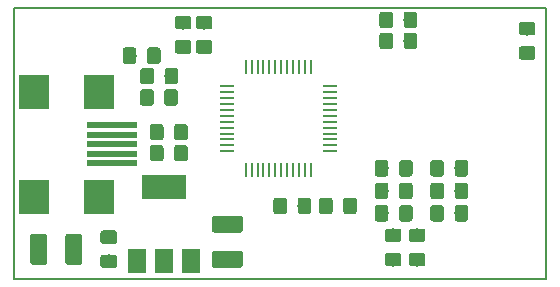
<source format=gbr>
G04 #@! TF.GenerationSoftware,KiCad,Pcbnew,5.0.0-fee4fd1~66~ubuntu16.04.1*
G04 #@! TF.CreationDate,2018-10-12T16:17:25+08:00*
G04 #@! TF.ProjectId,tiny,74696E792E6B696361645F7063620000,rev?*
G04 #@! TF.SameCoordinates,Original*
G04 #@! TF.FileFunction,Paste,Top*
G04 #@! TF.FilePolarity,Positive*
%FSLAX46Y46*%
G04 Gerber Fmt 4.6, Leading zero omitted, Abs format (unit mm)*
G04 Created by KiCad (PCBNEW 5.0.0-fee4fd1~66~ubuntu16.04.1) date Fri Oct 12 16:17:25 2018*
%MOMM*%
%LPD*%
G01*
G04 APERTURE LIST*
%ADD10C,0.150000*%
%ADD11C,0.100000*%
%ADD12C,1.150000*%
%ADD13R,0.250000X1.300000*%
%ADD14R,1.300000X0.250000*%
%ADD15R,3.800000X2.000000*%
%ADD16R,1.500000X2.000000*%
%ADD17C,1.425000*%
%ADD18R,4.301240X0.500380*%
%ADD19R,2.499360X2.998980*%
G04 APERTURE END LIST*
D10*
X90170000Y-101460000D02*
X135170000Y-101460000D01*
X90170000Y-124460000D02*
X90170000Y-101460000D01*
X135170000Y-124460000D02*
X90170000Y-124460000D01*
X135170000Y-101460000D02*
X135170000Y-124460000D01*
D11*
G04 #@! TO.C,C4*
G36*
X115086605Y-117538204D02*
X115110873Y-117541804D01*
X115134672Y-117547765D01*
X115157771Y-117556030D01*
X115179950Y-117566520D01*
X115200993Y-117579132D01*
X115220699Y-117593747D01*
X115238877Y-117610223D01*
X115255353Y-117628401D01*
X115269968Y-117648107D01*
X115282580Y-117669150D01*
X115293070Y-117691329D01*
X115301335Y-117714428D01*
X115307296Y-117738227D01*
X115310896Y-117762495D01*
X115312100Y-117786999D01*
X115312100Y-118687001D01*
X115310896Y-118711505D01*
X115307296Y-118735773D01*
X115301335Y-118759572D01*
X115293070Y-118782671D01*
X115282580Y-118804850D01*
X115269968Y-118825893D01*
X115255353Y-118845599D01*
X115238877Y-118863777D01*
X115220699Y-118880253D01*
X115200993Y-118894868D01*
X115179950Y-118907480D01*
X115157771Y-118917970D01*
X115134672Y-118926235D01*
X115110873Y-118932196D01*
X115086605Y-118935796D01*
X115062101Y-118937000D01*
X114412099Y-118937000D01*
X114387595Y-118935796D01*
X114363327Y-118932196D01*
X114339528Y-118926235D01*
X114316429Y-118917970D01*
X114294250Y-118907480D01*
X114273207Y-118894868D01*
X114253501Y-118880253D01*
X114235323Y-118863777D01*
X114218847Y-118845599D01*
X114204232Y-118825893D01*
X114191620Y-118804850D01*
X114181130Y-118782671D01*
X114172865Y-118759572D01*
X114166904Y-118735773D01*
X114163304Y-118711505D01*
X114162100Y-118687001D01*
X114162100Y-117786999D01*
X114163304Y-117762495D01*
X114166904Y-117738227D01*
X114172865Y-117714428D01*
X114181130Y-117691329D01*
X114191620Y-117669150D01*
X114204232Y-117648107D01*
X114218847Y-117628401D01*
X114235323Y-117610223D01*
X114253501Y-117593747D01*
X114273207Y-117579132D01*
X114294250Y-117566520D01*
X114316429Y-117556030D01*
X114339528Y-117547765D01*
X114363327Y-117541804D01*
X114387595Y-117538204D01*
X114412099Y-117537000D01*
X115062101Y-117537000D01*
X115086605Y-117538204D01*
X115086605Y-117538204D01*
G37*
D12*
X114737100Y-118237000D03*
D11*
G36*
X113036605Y-117538204D02*
X113060873Y-117541804D01*
X113084672Y-117547765D01*
X113107771Y-117556030D01*
X113129950Y-117566520D01*
X113150993Y-117579132D01*
X113170699Y-117593747D01*
X113188877Y-117610223D01*
X113205353Y-117628401D01*
X113219968Y-117648107D01*
X113232580Y-117669150D01*
X113243070Y-117691329D01*
X113251335Y-117714428D01*
X113257296Y-117738227D01*
X113260896Y-117762495D01*
X113262100Y-117786999D01*
X113262100Y-118687001D01*
X113260896Y-118711505D01*
X113257296Y-118735773D01*
X113251335Y-118759572D01*
X113243070Y-118782671D01*
X113232580Y-118804850D01*
X113219968Y-118825893D01*
X113205353Y-118845599D01*
X113188877Y-118863777D01*
X113170699Y-118880253D01*
X113150993Y-118894868D01*
X113129950Y-118907480D01*
X113107771Y-118917970D01*
X113084672Y-118926235D01*
X113060873Y-118932196D01*
X113036605Y-118935796D01*
X113012101Y-118937000D01*
X112362099Y-118937000D01*
X112337595Y-118935796D01*
X112313327Y-118932196D01*
X112289528Y-118926235D01*
X112266429Y-118917970D01*
X112244250Y-118907480D01*
X112223207Y-118894868D01*
X112203501Y-118880253D01*
X112185323Y-118863777D01*
X112168847Y-118845599D01*
X112154232Y-118825893D01*
X112141620Y-118804850D01*
X112131130Y-118782671D01*
X112122865Y-118759572D01*
X112116904Y-118735773D01*
X112113304Y-118711505D01*
X112112100Y-118687001D01*
X112112100Y-117786999D01*
X112113304Y-117762495D01*
X112116904Y-117738227D01*
X112122865Y-117714428D01*
X112131130Y-117691329D01*
X112141620Y-117669150D01*
X112154232Y-117648107D01*
X112168847Y-117628401D01*
X112185323Y-117610223D01*
X112203501Y-117593747D01*
X112223207Y-117579132D01*
X112244250Y-117566520D01*
X112266429Y-117556030D01*
X112289528Y-117547765D01*
X112313327Y-117541804D01*
X112337595Y-117538204D01*
X112362099Y-117537000D01*
X113012101Y-117537000D01*
X113036605Y-117538204D01*
X113036605Y-117538204D01*
G37*
D12*
X112687100Y-118237000D03*
G04 #@! TD*
D13*
G04 #@! TO.C,U2*
X109772000Y-115221000D03*
X110272000Y-115221000D03*
X110772000Y-115221000D03*
X111272000Y-115221000D03*
X111772000Y-115221000D03*
X112272000Y-115221000D03*
X112772000Y-115221000D03*
X113272000Y-115221000D03*
X113772000Y-115221000D03*
X114272000Y-115221000D03*
X114772000Y-115221000D03*
X115272000Y-115221000D03*
D14*
X116872000Y-113621000D03*
X116872000Y-113121000D03*
X116872000Y-112621000D03*
X116872000Y-112121000D03*
X116872000Y-111621000D03*
X116872000Y-111121000D03*
X116872000Y-110621000D03*
X116872000Y-110121000D03*
X116872000Y-109621000D03*
X116872000Y-109121000D03*
X116872000Y-108621000D03*
X116872000Y-108121000D03*
D13*
X115272000Y-106521000D03*
X114772000Y-106521000D03*
X114272000Y-106521000D03*
X113772000Y-106521000D03*
X113272000Y-106521000D03*
X112772000Y-106521000D03*
X112272000Y-106521000D03*
X111772000Y-106521000D03*
X111272000Y-106521000D03*
X110772000Y-106521000D03*
X110272000Y-106521000D03*
X109772000Y-106521000D03*
D14*
X108172000Y-108121000D03*
X108172000Y-108621000D03*
X108172000Y-109121000D03*
X108172000Y-109621000D03*
X108172000Y-110121000D03*
X108172000Y-110621000D03*
X108172000Y-111121000D03*
X108172000Y-111621000D03*
X108172000Y-112121000D03*
X108172000Y-112621000D03*
X108172000Y-113121000D03*
X108172000Y-113621000D03*
G04 #@! TD*
D11*
G04 #@! TO.C,R7*
G36*
X100281885Y-104825504D02*
X100306153Y-104829104D01*
X100329952Y-104835065D01*
X100353051Y-104843330D01*
X100375230Y-104853820D01*
X100396273Y-104866432D01*
X100415979Y-104881047D01*
X100434157Y-104897523D01*
X100450633Y-104915701D01*
X100465248Y-104935407D01*
X100477860Y-104956450D01*
X100488350Y-104978629D01*
X100496615Y-105001728D01*
X100502576Y-105025527D01*
X100506176Y-105049795D01*
X100507380Y-105074299D01*
X100507380Y-105974301D01*
X100506176Y-105998805D01*
X100502576Y-106023073D01*
X100496615Y-106046872D01*
X100488350Y-106069971D01*
X100477860Y-106092150D01*
X100465248Y-106113193D01*
X100450633Y-106132899D01*
X100434157Y-106151077D01*
X100415979Y-106167553D01*
X100396273Y-106182168D01*
X100375230Y-106194780D01*
X100353051Y-106205270D01*
X100329952Y-106213535D01*
X100306153Y-106219496D01*
X100281885Y-106223096D01*
X100257381Y-106224300D01*
X99607379Y-106224300D01*
X99582875Y-106223096D01*
X99558607Y-106219496D01*
X99534808Y-106213535D01*
X99511709Y-106205270D01*
X99489530Y-106194780D01*
X99468487Y-106182168D01*
X99448781Y-106167553D01*
X99430603Y-106151077D01*
X99414127Y-106132899D01*
X99399512Y-106113193D01*
X99386900Y-106092150D01*
X99376410Y-106069971D01*
X99368145Y-106046872D01*
X99362184Y-106023073D01*
X99358584Y-105998805D01*
X99357380Y-105974301D01*
X99357380Y-105074299D01*
X99358584Y-105049795D01*
X99362184Y-105025527D01*
X99368145Y-105001728D01*
X99376410Y-104978629D01*
X99386900Y-104956450D01*
X99399512Y-104935407D01*
X99414127Y-104915701D01*
X99430603Y-104897523D01*
X99448781Y-104881047D01*
X99468487Y-104866432D01*
X99489530Y-104853820D01*
X99511709Y-104843330D01*
X99534808Y-104835065D01*
X99558607Y-104829104D01*
X99582875Y-104825504D01*
X99607379Y-104824300D01*
X100257381Y-104824300D01*
X100281885Y-104825504D01*
X100281885Y-104825504D01*
G37*
D12*
X99932380Y-105524300D03*
D11*
G36*
X102331885Y-104825504D02*
X102356153Y-104829104D01*
X102379952Y-104835065D01*
X102403051Y-104843330D01*
X102425230Y-104853820D01*
X102446273Y-104866432D01*
X102465979Y-104881047D01*
X102484157Y-104897523D01*
X102500633Y-104915701D01*
X102515248Y-104935407D01*
X102527860Y-104956450D01*
X102538350Y-104978629D01*
X102546615Y-105001728D01*
X102552576Y-105025527D01*
X102556176Y-105049795D01*
X102557380Y-105074299D01*
X102557380Y-105974301D01*
X102556176Y-105998805D01*
X102552576Y-106023073D01*
X102546615Y-106046872D01*
X102538350Y-106069971D01*
X102527860Y-106092150D01*
X102515248Y-106113193D01*
X102500633Y-106132899D01*
X102484157Y-106151077D01*
X102465979Y-106167553D01*
X102446273Y-106182168D01*
X102425230Y-106194780D01*
X102403051Y-106205270D01*
X102379952Y-106213535D01*
X102356153Y-106219496D01*
X102331885Y-106223096D01*
X102307381Y-106224300D01*
X101657379Y-106224300D01*
X101632875Y-106223096D01*
X101608607Y-106219496D01*
X101584808Y-106213535D01*
X101561709Y-106205270D01*
X101539530Y-106194780D01*
X101518487Y-106182168D01*
X101498781Y-106167553D01*
X101480603Y-106151077D01*
X101464127Y-106132899D01*
X101449512Y-106113193D01*
X101436900Y-106092150D01*
X101426410Y-106069971D01*
X101418145Y-106046872D01*
X101412184Y-106023073D01*
X101408584Y-105998805D01*
X101407380Y-105974301D01*
X101407380Y-105074299D01*
X101408584Y-105049795D01*
X101412184Y-105025527D01*
X101418145Y-105001728D01*
X101426410Y-104978629D01*
X101436900Y-104956450D01*
X101449512Y-104935407D01*
X101464127Y-104915701D01*
X101480603Y-104897523D01*
X101498781Y-104881047D01*
X101518487Y-104866432D01*
X101539530Y-104853820D01*
X101561709Y-104843330D01*
X101584808Y-104835065D01*
X101608607Y-104829104D01*
X101632875Y-104825504D01*
X101657379Y-104824300D01*
X102307381Y-104824300D01*
X102331885Y-104825504D01*
X102331885Y-104825504D01*
G37*
D12*
X101982380Y-105524300D03*
G04 #@! TD*
D15*
G04 #@! TO.C,U1*
X102870000Y-116611000D03*
D16*
X102870000Y-122911000D03*
X105170000Y-122911000D03*
X100570000Y-122911000D03*
G04 #@! TD*
D11*
G04 #@! TO.C,C1*
G36*
X92725504Y-120596204D02*
X92749773Y-120599804D01*
X92773571Y-120605765D01*
X92796671Y-120614030D01*
X92818849Y-120624520D01*
X92839893Y-120637133D01*
X92859598Y-120651747D01*
X92877777Y-120668223D01*
X92894253Y-120686402D01*
X92908867Y-120706107D01*
X92921480Y-120727151D01*
X92931970Y-120749329D01*
X92940235Y-120772429D01*
X92946196Y-120796227D01*
X92949796Y-120820496D01*
X92951000Y-120845000D01*
X92951000Y-122995000D01*
X92949796Y-123019504D01*
X92946196Y-123043773D01*
X92940235Y-123067571D01*
X92931970Y-123090671D01*
X92921480Y-123112849D01*
X92908867Y-123133893D01*
X92894253Y-123153598D01*
X92877777Y-123171777D01*
X92859598Y-123188253D01*
X92839893Y-123202867D01*
X92818849Y-123215480D01*
X92796671Y-123225970D01*
X92773571Y-123234235D01*
X92749773Y-123240196D01*
X92725504Y-123243796D01*
X92701000Y-123245000D01*
X91776000Y-123245000D01*
X91751496Y-123243796D01*
X91727227Y-123240196D01*
X91703429Y-123234235D01*
X91680329Y-123225970D01*
X91658151Y-123215480D01*
X91637107Y-123202867D01*
X91617402Y-123188253D01*
X91599223Y-123171777D01*
X91582747Y-123153598D01*
X91568133Y-123133893D01*
X91555520Y-123112849D01*
X91545030Y-123090671D01*
X91536765Y-123067571D01*
X91530804Y-123043773D01*
X91527204Y-123019504D01*
X91526000Y-122995000D01*
X91526000Y-120845000D01*
X91527204Y-120820496D01*
X91530804Y-120796227D01*
X91536765Y-120772429D01*
X91545030Y-120749329D01*
X91555520Y-120727151D01*
X91568133Y-120706107D01*
X91582747Y-120686402D01*
X91599223Y-120668223D01*
X91617402Y-120651747D01*
X91637107Y-120637133D01*
X91658151Y-120624520D01*
X91680329Y-120614030D01*
X91703429Y-120605765D01*
X91727227Y-120599804D01*
X91751496Y-120596204D01*
X91776000Y-120595000D01*
X92701000Y-120595000D01*
X92725504Y-120596204D01*
X92725504Y-120596204D01*
G37*
D17*
X92238500Y-121920000D03*
D11*
G36*
X95700504Y-120596204D02*
X95724773Y-120599804D01*
X95748571Y-120605765D01*
X95771671Y-120614030D01*
X95793849Y-120624520D01*
X95814893Y-120637133D01*
X95834598Y-120651747D01*
X95852777Y-120668223D01*
X95869253Y-120686402D01*
X95883867Y-120706107D01*
X95896480Y-120727151D01*
X95906970Y-120749329D01*
X95915235Y-120772429D01*
X95921196Y-120796227D01*
X95924796Y-120820496D01*
X95926000Y-120845000D01*
X95926000Y-122995000D01*
X95924796Y-123019504D01*
X95921196Y-123043773D01*
X95915235Y-123067571D01*
X95906970Y-123090671D01*
X95896480Y-123112849D01*
X95883867Y-123133893D01*
X95869253Y-123153598D01*
X95852777Y-123171777D01*
X95834598Y-123188253D01*
X95814893Y-123202867D01*
X95793849Y-123215480D01*
X95771671Y-123225970D01*
X95748571Y-123234235D01*
X95724773Y-123240196D01*
X95700504Y-123243796D01*
X95676000Y-123245000D01*
X94751000Y-123245000D01*
X94726496Y-123243796D01*
X94702227Y-123240196D01*
X94678429Y-123234235D01*
X94655329Y-123225970D01*
X94633151Y-123215480D01*
X94612107Y-123202867D01*
X94592402Y-123188253D01*
X94574223Y-123171777D01*
X94557747Y-123153598D01*
X94543133Y-123133893D01*
X94530520Y-123112849D01*
X94520030Y-123090671D01*
X94511765Y-123067571D01*
X94505804Y-123043773D01*
X94502204Y-123019504D01*
X94501000Y-122995000D01*
X94501000Y-120845000D01*
X94502204Y-120820496D01*
X94505804Y-120796227D01*
X94511765Y-120772429D01*
X94520030Y-120749329D01*
X94530520Y-120727151D01*
X94543133Y-120706107D01*
X94557747Y-120686402D01*
X94574223Y-120668223D01*
X94592402Y-120651747D01*
X94612107Y-120637133D01*
X94633151Y-120624520D01*
X94655329Y-120614030D01*
X94678429Y-120605765D01*
X94702227Y-120599804D01*
X94726496Y-120596204D01*
X94751000Y-120595000D01*
X95676000Y-120595000D01*
X95700504Y-120596204D01*
X95700504Y-120596204D01*
G37*
D17*
X95213500Y-121920000D03*
G04 #@! TD*
D11*
G04 #@! TO.C,C7*
G36*
X109303504Y-119086204D02*
X109327773Y-119089804D01*
X109351571Y-119095765D01*
X109374671Y-119104030D01*
X109396849Y-119114520D01*
X109417893Y-119127133D01*
X109437598Y-119141747D01*
X109455777Y-119158223D01*
X109472253Y-119176402D01*
X109486867Y-119196107D01*
X109499480Y-119217151D01*
X109509970Y-119239329D01*
X109518235Y-119262429D01*
X109524196Y-119286227D01*
X109527796Y-119310496D01*
X109529000Y-119335000D01*
X109529000Y-120260000D01*
X109527796Y-120284504D01*
X109524196Y-120308773D01*
X109518235Y-120332571D01*
X109509970Y-120355671D01*
X109499480Y-120377849D01*
X109486867Y-120398893D01*
X109472253Y-120418598D01*
X109455777Y-120436777D01*
X109437598Y-120453253D01*
X109417893Y-120467867D01*
X109396849Y-120480480D01*
X109374671Y-120490970D01*
X109351571Y-120499235D01*
X109327773Y-120505196D01*
X109303504Y-120508796D01*
X109279000Y-120510000D01*
X107129000Y-120510000D01*
X107104496Y-120508796D01*
X107080227Y-120505196D01*
X107056429Y-120499235D01*
X107033329Y-120490970D01*
X107011151Y-120480480D01*
X106990107Y-120467867D01*
X106970402Y-120453253D01*
X106952223Y-120436777D01*
X106935747Y-120418598D01*
X106921133Y-120398893D01*
X106908520Y-120377849D01*
X106898030Y-120355671D01*
X106889765Y-120332571D01*
X106883804Y-120308773D01*
X106880204Y-120284504D01*
X106879000Y-120260000D01*
X106879000Y-119335000D01*
X106880204Y-119310496D01*
X106883804Y-119286227D01*
X106889765Y-119262429D01*
X106898030Y-119239329D01*
X106908520Y-119217151D01*
X106921133Y-119196107D01*
X106935747Y-119176402D01*
X106952223Y-119158223D01*
X106970402Y-119141747D01*
X106990107Y-119127133D01*
X107011151Y-119114520D01*
X107033329Y-119104030D01*
X107056429Y-119095765D01*
X107080227Y-119089804D01*
X107104496Y-119086204D01*
X107129000Y-119085000D01*
X109279000Y-119085000D01*
X109303504Y-119086204D01*
X109303504Y-119086204D01*
G37*
D17*
X108204000Y-119797500D03*
D11*
G36*
X109303504Y-122061204D02*
X109327773Y-122064804D01*
X109351571Y-122070765D01*
X109374671Y-122079030D01*
X109396849Y-122089520D01*
X109417893Y-122102133D01*
X109437598Y-122116747D01*
X109455777Y-122133223D01*
X109472253Y-122151402D01*
X109486867Y-122171107D01*
X109499480Y-122192151D01*
X109509970Y-122214329D01*
X109518235Y-122237429D01*
X109524196Y-122261227D01*
X109527796Y-122285496D01*
X109529000Y-122310000D01*
X109529000Y-123235000D01*
X109527796Y-123259504D01*
X109524196Y-123283773D01*
X109518235Y-123307571D01*
X109509970Y-123330671D01*
X109499480Y-123352849D01*
X109486867Y-123373893D01*
X109472253Y-123393598D01*
X109455777Y-123411777D01*
X109437598Y-123428253D01*
X109417893Y-123442867D01*
X109396849Y-123455480D01*
X109374671Y-123465970D01*
X109351571Y-123474235D01*
X109327773Y-123480196D01*
X109303504Y-123483796D01*
X109279000Y-123485000D01*
X107129000Y-123485000D01*
X107104496Y-123483796D01*
X107080227Y-123480196D01*
X107056429Y-123474235D01*
X107033329Y-123465970D01*
X107011151Y-123455480D01*
X106990107Y-123442867D01*
X106970402Y-123428253D01*
X106952223Y-123411777D01*
X106935747Y-123393598D01*
X106921133Y-123373893D01*
X106908520Y-123352849D01*
X106898030Y-123330671D01*
X106889765Y-123307571D01*
X106883804Y-123283773D01*
X106880204Y-123259504D01*
X106879000Y-123235000D01*
X106879000Y-122310000D01*
X106880204Y-122285496D01*
X106883804Y-122261227D01*
X106889765Y-122237429D01*
X106898030Y-122214329D01*
X106908520Y-122192151D01*
X106921133Y-122171107D01*
X106935747Y-122151402D01*
X106952223Y-122133223D01*
X106970402Y-122116747D01*
X106990107Y-122102133D01*
X107011151Y-122089520D01*
X107033329Y-122079030D01*
X107056429Y-122070765D01*
X107080227Y-122064804D01*
X107104496Y-122061204D01*
X107129000Y-122060000D01*
X109279000Y-122060000D01*
X109303504Y-122061204D01*
X109303504Y-122061204D01*
G37*
D17*
X108204000Y-122772500D03*
G04 #@! TD*
D11*
G04 #@! TO.C,C9*
G36*
X104944705Y-104210204D02*
X104968973Y-104213804D01*
X104992772Y-104219765D01*
X105015871Y-104228030D01*
X105038050Y-104238520D01*
X105059093Y-104251132D01*
X105078799Y-104265747D01*
X105096977Y-104282223D01*
X105113453Y-104300401D01*
X105128068Y-104320107D01*
X105140680Y-104341150D01*
X105151170Y-104363329D01*
X105159435Y-104386428D01*
X105165396Y-104410227D01*
X105168996Y-104434495D01*
X105170200Y-104458999D01*
X105170200Y-105109001D01*
X105168996Y-105133505D01*
X105165396Y-105157773D01*
X105159435Y-105181572D01*
X105151170Y-105204671D01*
X105140680Y-105226850D01*
X105128068Y-105247893D01*
X105113453Y-105267599D01*
X105096977Y-105285777D01*
X105078799Y-105302253D01*
X105059093Y-105316868D01*
X105038050Y-105329480D01*
X105015871Y-105339970D01*
X104992772Y-105348235D01*
X104968973Y-105354196D01*
X104944705Y-105357796D01*
X104920201Y-105359000D01*
X104020199Y-105359000D01*
X103995695Y-105357796D01*
X103971427Y-105354196D01*
X103947628Y-105348235D01*
X103924529Y-105339970D01*
X103902350Y-105329480D01*
X103881307Y-105316868D01*
X103861601Y-105302253D01*
X103843423Y-105285777D01*
X103826947Y-105267599D01*
X103812332Y-105247893D01*
X103799720Y-105226850D01*
X103789230Y-105204671D01*
X103780965Y-105181572D01*
X103775004Y-105157773D01*
X103771404Y-105133505D01*
X103770200Y-105109001D01*
X103770200Y-104458999D01*
X103771404Y-104434495D01*
X103775004Y-104410227D01*
X103780965Y-104386428D01*
X103789230Y-104363329D01*
X103799720Y-104341150D01*
X103812332Y-104320107D01*
X103826947Y-104300401D01*
X103843423Y-104282223D01*
X103861601Y-104265747D01*
X103881307Y-104251132D01*
X103902350Y-104238520D01*
X103924529Y-104228030D01*
X103947628Y-104219765D01*
X103971427Y-104213804D01*
X103995695Y-104210204D01*
X104020199Y-104209000D01*
X104920201Y-104209000D01*
X104944705Y-104210204D01*
X104944705Y-104210204D01*
G37*
D12*
X104470200Y-104784000D03*
D11*
G36*
X104944705Y-102160204D02*
X104968973Y-102163804D01*
X104992772Y-102169765D01*
X105015871Y-102178030D01*
X105038050Y-102188520D01*
X105059093Y-102201132D01*
X105078799Y-102215747D01*
X105096977Y-102232223D01*
X105113453Y-102250401D01*
X105128068Y-102270107D01*
X105140680Y-102291150D01*
X105151170Y-102313329D01*
X105159435Y-102336428D01*
X105165396Y-102360227D01*
X105168996Y-102384495D01*
X105170200Y-102408999D01*
X105170200Y-103059001D01*
X105168996Y-103083505D01*
X105165396Y-103107773D01*
X105159435Y-103131572D01*
X105151170Y-103154671D01*
X105140680Y-103176850D01*
X105128068Y-103197893D01*
X105113453Y-103217599D01*
X105096977Y-103235777D01*
X105078799Y-103252253D01*
X105059093Y-103266868D01*
X105038050Y-103279480D01*
X105015871Y-103289970D01*
X104992772Y-103298235D01*
X104968973Y-103304196D01*
X104944705Y-103307796D01*
X104920201Y-103309000D01*
X104020199Y-103309000D01*
X103995695Y-103307796D01*
X103971427Y-103304196D01*
X103947628Y-103298235D01*
X103924529Y-103289970D01*
X103902350Y-103279480D01*
X103881307Y-103266868D01*
X103861601Y-103252253D01*
X103843423Y-103235777D01*
X103826947Y-103217599D01*
X103812332Y-103197893D01*
X103799720Y-103176850D01*
X103789230Y-103154671D01*
X103780965Y-103131572D01*
X103775004Y-103107773D01*
X103771404Y-103083505D01*
X103770200Y-103059001D01*
X103770200Y-102408999D01*
X103771404Y-102384495D01*
X103775004Y-102360227D01*
X103780965Y-102336428D01*
X103789230Y-102313329D01*
X103799720Y-102291150D01*
X103812332Y-102270107D01*
X103826947Y-102250401D01*
X103843423Y-102232223D01*
X103861601Y-102215747D01*
X103881307Y-102201132D01*
X103902350Y-102188520D01*
X103924529Y-102178030D01*
X103947628Y-102169765D01*
X103971427Y-102163804D01*
X103995695Y-102160204D01*
X104020199Y-102159000D01*
X104920201Y-102159000D01*
X104944705Y-102160204D01*
X104944705Y-102160204D01*
G37*
D12*
X104470200Y-102734000D03*
G04 #@! TD*
D11*
G04 #@! TO.C,C2*
G36*
X106722705Y-102160204D02*
X106746973Y-102163804D01*
X106770772Y-102169765D01*
X106793871Y-102178030D01*
X106816050Y-102188520D01*
X106837093Y-102201132D01*
X106856799Y-102215747D01*
X106874977Y-102232223D01*
X106891453Y-102250401D01*
X106906068Y-102270107D01*
X106918680Y-102291150D01*
X106929170Y-102313329D01*
X106937435Y-102336428D01*
X106943396Y-102360227D01*
X106946996Y-102384495D01*
X106948200Y-102408999D01*
X106948200Y-103059001D01*
X106946996Y-103083505D01*
X106943396Y-103107773D01*
X106937435Y-103131572D01*
X106929170Y-103154671D01*
X106918680Y-103176850D01*
X106906068Y-103197893D01*
X106891453Y-103217599D01*
X106874977Y-103235777D01*
X106856799Y-103252253D01*
X106837093Y-103266868D01*
X106816050Y-103279480D01*
X106793871Y-103289970D01*
X106770772Y-103298235D01*
X106746973Y-103304196D01*
X106722705Y-103307796D01*
X106698201Y-103309000D01*
X105798199Y-103309000D01*
X105773695Y-103307796D01*
X105749427Y-103304196D01*
X105725628Y-103298235D01*
X105702529Y-103289970D01*
X105680350Y-103279480D01*
X105659307Y-103266868D01*
X105639601Y-103252253D01*
X105621423Y-103235777D01*
X105604947Y-103217599D01*
X105590332Y-103197893D01*
X105577720Y-103176850D01*
X105567230Y-103154671D01*
X105558965Y-103131572D01*
X105553004Y-103107773D01*
X105549404Y-103083505D01*
X105548200Y-103059001D01*
X105548200Y-102408999D01*
X105549404Y-102384495D01*
X105553004Y-102360227D01*
X105558965Y-102336428D01*
X105567230Y-102313329D01*
X105577720Y-102291150D01*
X105590332Y-102270107D01*
X105604947Y-102250401D01*
X105621423Y-102232223D01*
X105639601Y-102215747D01*
X105659307Y-102201132D01*
X105680350Y-102188520D01*
X105702529Y-102178030D01*
X105725628Y-102169765D01*
X105749427Y-102163804D01*
X105773695Y-102160204D01*
X105798199Y-102159000D01*
X106698201Y-102159000D01*
X106722705Y-102160204D01*
X106722705Y-102160204D01*
G37*
D12*
X106248200Y-102734000D03*
D11*
G36*
X106722705Y-104210204D02*
X106746973Y-104213804D01*
X106770772Y-104219765D01*
X106793871Y-104228030D01*
X106816050Y-104238520D01*
X106837093Y-104251132D01*
X106856799Y-104265747D01*
X106874977Y-104282223D01*
X106891453Y-104300401D01*
X106906068Y-104320107D01*
X106918680Y-104341150D01*
X106929170Y-104363329D01*
X106937435Y-104386428D01*
X106943396Y-104410227D01*
X106946996Y-104434495D01*
X106948200Y-104458999D01*
X106948200Y-105109001D01*
X106946996Y-105133505D01*
X106943396Y-105157773D01*
X106937435Y-105181572D01*
X106929170Y-105204671D01*
X106918680Y-105226850D01*
X106906068Y-105247893D01*
X106891453Y-105267599D01*
X106874977Y-105285777D01*
X106856799Y-105302253D01*
X106837093Y-105316868D01*
X106816050Y-105329480D01*
X106793871Y-105339970D01*
X106770772Y-105348235D01*
X106746973Y-105354196D01*
X106722705Y-105357796D01*
X106698201Y-105359000D01*
X105798199Y-105359000D01*
X105773695Y-105357796D01*
X105749427Y-105354196D01*
X105725628Y-105348235D01*
X105702529Y-105339970D01*
X105680350Y-105329480D01*
X105659307Y-105316868D01*
X105639601Y-105302253D01*
X105621423Y-105285777D01*
X105604947Y-105267599D01*
X105590332Y-105247893D01*
X105577720Y-105226850D01*
X105567230Y-105204671D01*
X105558965Y-105181572D01*
X105553004Y-105157773D01*
X105549404Y-105133505D01*
X105548200Y-105109001D01*
X105548200Y-104458999D01*
X105549404Y-104434495D01*
X105553004Y-104410227D01*
X105558965Y-104386428D01*
X105567230Y-104363329D01*
X105577720Y-104341150D01*
X105590332Y-104320107D01*
X105604947Y-104300401D01*
X105621423Y-104282223D01*
X105639601Y-104265747D01*
X105659307Y-104251132D01*
X105680350Y-104238520D01*
X105702529Y-104228030D01*
X105725628Y-104219765D01*
X105749427Y-104213804D01*
X105773695Y-104210204D01*
X105798199Y-104209000D01*
X106698201Y-104209000D01*
X106722705Y-104210204D01*
X106722705Y-104210204D01*
G37*
D12*
X106248200Y-104784000D03*
G04 #@! TD*
D11*
G04 #@! TO.C,C3*
G36*
X98645505Y-120321204D02*
X98669773Y-120324804D01*
X98693572Y-120330765D01*
X98716671Y-120339030D01*
X98738850Y-120349520D01*
X98759893Y-120362132D01*
X98779599Y-120376747D01*
X98797777Y-120393223D01*
X98814253Y-120411401D01*
X98828868Y-120431107D01*
X98841480Y-120452150D01*
X98851970Y-120474329D01*
X98860235Y-120497428D01*
X98866196Y-120521227D01*
X98869796Y-120545495D01*
X98871000Y-120569999D01*
X98871000Y-121220001D01*
X98869796Y-121244505D01*
X98866196Y-121268773D01*
X98860235Y-121292572D01*
X98851970Y-121315671D01*
X98841480Y-121337850D01*
X98828868Y-121358893D01*
X98814253Y-121378599D01*
X98797777Y-121396777D01*
X98779599Y-121413253D01*
X98759893Y-121427868D01*
X98738850Y-121440480D01*
X98716671Y-121450970D01*
X98693572Y-121459235D01*
X98669773Y-121465196D01*
X98645505Y-121468796D01*
X98621001Y-121470000D01*
X97720999Y-121470000D01*
X97696495Y-121468796D01*
X97672227Y-121465196D01*
X97648428Y-121459235D01*
X97625329Y-121450970D01*
X97603150Y-121440480D01*
X97582107Y-121427868D01*
X97562401Y-121413253D01*
X97544223Y-121396777D01*
X97527747Y-121378599D01*
X97513132Y-121358893D01*
X97500520Y-121337850D01*
X97490030Y-121315671D01*
X97481765Y-121292572D01*
X97475804Y-121268773D01*
X97472204Y-121244505D01*
X97471000Y-121220001D01*
X97471000Y-120569999D01*
X97472204Y-120545495D01*
X97475804Y-120521227D01*
X97481765Y-120497428D01*
X97490030Y-120474329D01*
X97500520Y-120452150D01*
X97513132Y-120431107D01*
X97527747Y-120411401D01*
X97544223Y-120393223D01*
X97562401Y-120376747D01*
X97582107Y-120362132D01*
X97603150Y-120349520D01*
X97625329Y-120339030D01*
X97648428Y-120330765D01*
X97672227Y-120324804D01*
X97696495Y-120321204D01*
X97720999Y-120320000D01*
X98621001Y-120320000D01*
X98645505Y-120321204D01*
X98645505Y-120321204D01*
G37*
D12*
X98171000Y-120895000D03*
D11*
G36*
X98645505Y-122371204D02*
X98669773Y-122374804D01*
X98693572Y-122380765D01*
X98716671Y-122389030D01*
X98738850Y-122399520D01*
X98759893Y-122412132D01*
X98779599Y-122426747D01*
X98797777Y-122443223D01*
X98814253Y-122461401D01*
X98828868Y-122481107D01*
X98841480Y-122502150D01*
X98851970Y-122524329D01*
X98860235Y-122547428D01*
X98866196Y-122571227D01*
X98869796Y-122595495D01*
X98871000Y-122619999D01*
X98871000Y-123270001D01*
X98869796Y-123294505D01*
X98866196Y-123318773D01*
X98860235Y-123342572D01*
X98851970Y-123365671D01*
X98841480Y-123387850D01*
X98828868Y-123408893D01*
X98814253Y-123428599D01*
X98797777Y-123446777D01*
X98779599Y-123463253D01*
X98759893Y-123477868D01*
X98738850Y-123490480D01*
X98716671Y-123500970D01*
X98693572Y-123509235D01*
X98669773Y-123515196D01*
X98645505Y-123518796D01*
X98621001Y-123520000D01*
X97720999Y-123520000D01*
X97696495Y-123518796D01*
X97672227Y-123515196D01*
X97648428Y-123509235D01*
X97625329Y-123500970D01*
X97603150Y-123490480D01*
X97582107Y-123477868D01*
X97562401Y-123463253D01*
X97544223Y-123446777D01*
X97527747Y-123428599D01*
X97513132Y-123408893D01*
X97500520Y-123387850D01*
X97490030Y-123365671D01*
X97481765Y-123342572D01*
X97475804Y-123318773D01*
X97472204Y-123294505D01*
X97471000Y-123270001D01*
X97471000Y-122619999D01*
X97472204Y-122595495D01*
X97475804Y-122571227D01*
X97481765Y-122547428D01*
X97490030Y-122524329D01*
X97500520Y-122502150D01*
X97513132Y-122481107D01*
X97527747Y-122461401D01*
X97544223Y-122443223D01*
X97562401Y-122426747D01*
X97582107Y-122412132D01*
X97603150Y-122399520D01*
X97625329Y-122389030D01*
X97648428Y-122380765D01*
X97672227Y-122374804D01*
X97696495Y-122371204D01*
X97720999Y-122370000D01*
X98621001Y-122370000D01*
X98645505Y-122371204D01*
X98645505Y-122371204D01*
G37*
D12*
X98171000Y-122945000D03*
G04 #@! TD*
D11*
G04 #@! TO.C,C5*
G36*
X118951105Y-117538204D02*
X118975373Y-117541804D01*
X118999172Y-117547765D01*
X119022271Y-117556030D01*
X119044450Y-117566520D01*
X119065493Y-117579132D01*
X119085199Y-117593747D01*
X119103377Y-117610223D01*
X119119853Y-117628401D01*
X119134468Y-117648107D01*
X119147080Y-117669150D01*
X119157570Y-117691329D01*
X119165835Y-117714428D01*
X119171796Y-117738227D01*
X119175396Y-117762495D01*
X119176600Y-117786999D01*
X119176600Y-118687001D01*
X119175396Y-118711505D01*
X119171796Y-118735773D01*
X119165835Y-118759572D01*
X119157570Y-118782671D01*
X119147080Y-118804850D01*
X119134468Y-118825893D01*
X119119853Y-118845599D01*
X119103377Y-118863777D01*
X119085199Y-118880253D01*
X119065493Y-118894868D01*
X119044450Y-118907480D01*
X119022271Y-118917970D01*
X118999172Y-118926235D01*
X118975373Y-118932196D01*
X118951105Y-118935796D01*
X118926601Y-118937000D01*
X118276599Y-118937000D01*
X118252095Y-118935796D01*
X118227827Y-118932196D01*
X118204028Y-118926235D01*
X118180929Y-118917970D01*
X118158750Y-118907480D01*
X118137707Y-118894868D01*
X118118001Y-118880253D01*
X118099823Y-118863777D01*
X118083347Y-118845599D01*
X118068732Y-118825893D01*
X118056120Y-118804850D01*
X118045630Y-118782671D01*
X118037365Y-118759572D01*
X118031404Y-118735773D01*
X118027804Y-118711505D01*
X118026600Y-118687001D01*
X118026600Y-117786999D01*
X118027804Y-117762495D01*
X118031404Y-117738227D01*
X118037365Y-117714428D01*
X118045630Y-117691329D01*
X118056120Y-117669150D01*
X118068732Y-117648107D01*
X118083347Y-117628401D01*
X118099823Y-117610223D01*
X118118001Y-117593747D01*
X118137707Y-117579132D01*
X118158750Y-117566520D01*
X118180929Y-117556030D01*
X118204028Y-117547765D01*
X118227827Y-117541804D01*
X118252095Y-117538204D01*
X118276599Y-117537000D01*
X118926601Y-117537000D01*
X118951105Y-117538204D01*
X118951105Y-117538204D01*
G37*
D12*
X118601600Y-118237000D03*
D11*
G36*
X116901105Y-117538204D02*
X116925373Y-117541804D01*
X116949172Y-117547765D01*
X116972271Y-117556030D01*
X116994450Y-117566520D01*
X117015493Y-117579132D01*
X117035199Y-117593747D01*
X117053377Y-117610223D01*
X117069853Y-117628401D01*
X117084468Y-117648107D01*
X117097080Y-117669150D01*
X117107570Y-117691329D01*
X117115835Y-117714428D01*
X117121796Y-117738227D01*
X117125396Y-117762495D01*
X117126600Y-117786999D01*
X117126600Y-118687001D01*
X117125396Y-118711505D01*
X117121796Y-118735773D01*
X117115835Y-118759572D01*
X117107570Y-118782671D01*
X117097080Y-118804850D01*
X117084468Y-118825893D01*
X117069853Y-118845599D01*
X117053377Y-118863777D01*
X117035199Y-118880253D01*
X117015493Y-118894868D01*
X116994450Y-118907480D01*
X116972271Y-118917970D01*
X116949172Y-118926235D01*
X116925373Y-118932196D01*
X116901105Y-118935796D01*
X116876601Y-118937000D01*
X116226599Y-118937000D01*
X116202095Y-118935796D01*
X116177827Y-118932196D01*
X116154028Y-118926235D01*
X116130929Y-118917970D01*
X116108750Y-118907480D01*
X116087707Y-118894868D01*
X116068001Y-118880253D01*
X116049823Y-118863777D01*
X116033347Y-118845599D01*
X116018732Y-118825893D01*
X116006120Y-118804850D01*
X115995630Y-118782671D01*
X115987365Y-118759572D01*
X115981404Y-118735773D01*
X115977804Y-118711505D01*
X115976600Y-118687001D01*
X115976600Y-117786999D01*
X115977804Y-117762495D01*
X115981404Y-117738227D01*
X115987365Y-117714428D01*
X115995630Y-117691329D01*
X116006120Y-117669150D01*
X116018732Y-117648107D01*
X116033347Y-117628401D01*
X116049823Y-117610223D01*
X116068001Y-117593747D01*
X116087707Y-117579132D01*
X116108750Y-117566520D01*
X116130929Y-117556030D01*
X116154028Y-117547765D01*
X116177827Y-117541804D01*
X116202095Y-117538204D01*
X116226599Y-117537000D01*
X116876601Y-117537000D01*
X116901105Y-117538204D01*
X116901105Y-117538204D01*
G37*
D12*
X116551600Y-118237000D03*
G04 #@! TD*
D11*
G04 #@! TO.C,R18*
G36*
X134078505Y-104718204D02*
X134102773Y-104721804D01*
X134126572Y-104727765D01*
X134149671Y-104736030D01*
X134171850Y-104746520D01*
X134192893Y-104759132D01*
X134212599Y-104773747D01*
X134230777Y-104790223D01*
X134247253Y-104808401D01*
X134261868Y-104828107D01*
X134274480Y-104849150D01*
X134284970Y-104871329D01*
X134293235Y-104894428D01*
X134299196Y-104918227D01*
X134302796Y-104942495D01*
X134304000Y-104966999D01*
X134304000Y-105617001D01*
X134302796Y-105641505D01*
X134299196Y-105665773D01*
X134293235Y-105689572D01*
X134284970Y-105712671D01*
X134274480Y-105734850D01*
X134261868Y-105755893D01*
X134247253Y-105775599D01*
X134230777Y-105793777D01*
X134212599Y-105810253D01*
X134192893Y-105824868D01*
X134171850Y-105837480D01*
X134149671Y-105847970D01*
X134126572Y-105856235D01*
X134102773Y-105862196D01*
X134078505Y-105865796D01*
X134054001Y-105867000D01*
X133153999Y-105867000D01*
X133129495Y-105865796D01*
X133105227Y-105862196D01*
X133081428Y-105856235D01*
X133058329Y-105847970D01*
X133036150Y-105837480D01*
X133015107Y-105824868D01*
X132995401Y-105810253D01*
X132977223Y-105793777D01*
X132960747Y-105775599D01*
X132946132Y-105755893D01*
X132933520Y-105734850D01*
X132923030Y-105712671D01*
X132914765Y-105689572D01*
X132908804Y-105665773D01*
X132905204Y-105641505D01*
X132904000Y-105617001D01*
X132904000Y-104966999D01*
X132905204Y-104942495D01*
X132908804Y-104918227D01*
X132914765Y-104894428D01*
X132923030Y-104871329D01*
X132933520Y-104849150D01*
X132946132Y-104828107D01*
X132960747Y-104808401D01*
X132977223Y-104790223D01*
X132995401Y-104773747D01*
X133015107Y-104759132D01*
X133036150Y-104746520D01*
X133058329Y-104736030D01*
X133081428Y-104727765D01*
X133105227Y-104721804D01*
X133129495Y-104718204D01*
X133153999Y-104717000D01*
X134054001Y-104717000D01*
X134078505Y-104718204D01*
X134078505Y-104718204D01*
G37*
D12*
X133604000Y-105292000D03*
D11*
G36*
X134078505Y-102668204D02*
X134102773Y-102671804D01*
X134126572Y-102677765D01*
X134149671Y-102686030D01*
X134171850Y-102696520D01*
X134192893Y-102709132D01*
X134212599Y-102723747D01*
X134230777Y-102740223D01*
X134247253Y-102758401D01*
X134261868Y-102778107D01*
X134274480Y-102799150D01*
X134284970Y-102821329D01*
X134293235Y-102844428D01*
X134299196Y-102868227D01*
X134302796Y-102892495D01*
X134304000Y-102916999D01*
X134304000Y-103567001D01*
X134302796Y-103591505D01*
X134299196Y-103615773D01*
X134293235Y-103639572D01*
X134284970Y-103662671D01*
X134274480Y-103684850D01*
X134261868Y-103705893D01*
X134247253Y-103725599D01*
X134230777Y-103743777D01*
X134212599Y-103760253D01*
X134192893Y-103774868D01*
X134171850Y-103787480D01*
X134149671Y-103797970D01*
X134126572Y-103806235D01*
X134102773Y-103812196D01*
X134078505Y-103815796D01*
X134054001Y-103817000D01*
X133153999Y-103817000D01*
X133129495Y-103815796D01*
X133105227Y-103812196D01*
X133081428Y-103806235D01*
X133058329Y-103797970D01*
X133036150Y-103787480D01*
X133015107Y-103774868D01*
X132995401Y-103760253D01*
X132977223Y-103743777D01*
X132960747Y-103725599D01*
X132946132Y-103705893D01*
X132933520Y-103684850D01*
X132923030Y-103662671D01*
X132914765Y-103639572D01*
X132908804Y-103615773D01*
X132905204Y-103591505D01*
X132904000Y-103567001D01*
X132904000Y-102916999D01*
X132905204Y-102892495D01*
X132908804Y-102868227D01*
X132914765Y-102844428D01*
X132923030Y-102821329D01*
X132933520Y-102799150D01*
X132946132Y-102778107D01*
X132960747Y-102758401D01*
X132977223Y-102740223D01*
X132995401Y-102723747D01*
X133015107Y-102709132D01*
X133036150Y-102696520D01*
X133058329Y-102686030D01*
X133081428Y-102677765D01*
X133105227Y-102671804D01*
X133129495Y-102668204D01*
X133153999Y-102667000D01*
X134054001Y-102667000D01*
X134078505Y-102668204D01*
X134078505Y-102668204D01*
G37*
D12*
X133604000Y-103242000D03*
G04 #@! TD*
D11*
G04 #@! TO.C,R13*
G36*
X126324505Y-114363204D02*
X126348773Y-114366804D01*
X126372572Y-114372765D01*
X126395671Y-114381030D01*
X126417850Y-114391520D01*
X126438893Y-114404132D01*
X126458599Y-114418747D01*
X126476777Y-114435223D01*
X126493253Y-114453401D01*
X126507868Y-114473107D01*
X126520480Y-114494150D01*
X126530970Y-114516329D01*
X126539235Y-114539428D01*
X126545196Y-114563227D01*
X126548796Y-114587495D01*
X126550000Y-114611999D01*
X126550000Y-115512001D01*
X126548796Y-115536505D01*
X126545196Y-115560773D01*
X126539235Y-115584572D01*
X126530970Y-115607671D01*
X126520480Y-115629850D01*
X126507868Y-115650893D01*
X126493253Y-115670599D01*
X126476777Y-115688777D01*
X126458599Y-115705253D01*
X126438893Y-115719868D01*
X126417850Y-115732480D01*
X126395671Y-115742970D01*
X126372572Y-115751235D01*
X126348773Y-115757196D01*
X126324505Y-115760796D01*
X126300001Y-115762000D01*
X125649999Y-115762000D01*
X125625495Y-115760796D01*
X125601227Y-115757196D01*
X125577428Y-115751235D01*
X125554329Y-115742970D01*
X125532150Y-115732480D01*
X125511107Y-115719868D01*
X125491401Y-115705253D01*
X125473223Y-115688777D01*
X125456747Y-115670599D01*
X125442132Y-115650893D01*
X125429520Y-115629850D01*
X125419030Y-115607671D01*
X125410765Y-115584572D01*
X125404804Y-115560773D01*
X125401204Y-115536505D01*
X125400000Y-115512001D01*
X125400000Y-114611999D01*
X125401204Y-114587495D01*
X125404804Y-114563227D01*
X125410765Y-114539428D01*
X125419030Y-114516329D01*
X125429520Y-114494150D01*
X125442132Y-114473107D01*
X125456747Y-114453401D01*
X125473223Y-114435223D01*
X125491401Y-114418747D01*
X125511107Y-114404132D01*
X125532150Y-114391520D01*
X125554329Y-114381030D01*
X125577428Y-114372765D01*
X125601227Y-114366804D01*
X125625495Y-114363204D01*
X125649999Y-114362000D01*
X126300001Y-114362000D01*
X126324505Y-114363204D01*
X126324505Y-114363204D01*
G37*
D12*
X125975000Y-115062000D03*
D11*
G36*
X128374505Y-114363204D02*
X128398773Y-114366804D01*
X128422572Y-114372765D01*
X128445671Y-114381030D01*
X128467850Y-114391520D01*
X128488893Y-114404132D01*
X128508599Y-114418747D01*
X128526777Y-114435223D01*
X128543253Y-114453401D01*
X128557868Y-114473107D01*
X128570480Y-114494150D01*
X128580970Y-114516329D01*
X128589235Y-114539428D01*
X128595196Y-114563227D01*
X128598796Y-114587495D01*
X128600000Y-114611999D01*
X128600000Y-115512001D01*
X128598796Y-115536505D01*
X128595196Y-115560773D01*
X128589235Y-115584572D01*
X128580970Y-115607671D01*
X128570480Y-115629850D01*
X128557868Y-115650893D01*
X128543253Y-115670599D01*
X128526777Y-115688777D01*
X128508599Y-115705253D01*
X128488893Y-115719868D01*
X128467850Y-115732480D01*
X128445671Y-115742970D01*
X128422572Y-115751235D01*
X128398773Y-115757196D01*
X128374505Y-115760796D01*
X128350001Y-115762000D01*
X127699999Y-115762000D01*
X127675495Y-115760796D01*
X127651227Y-115757196D01*
X127627428Y-115751235D01*
X127604329Y-115742970D01*
X127582150Y-115732480D01*
X127561107Y-115719868D01*
X127541401Y-115705253D01*
X127523223Y-115688777D01*
X127506747Y-115670599D01*
X127492132Y-115650893D01*
X127479520Y-115629850D01*
X127469030Y-115607671D01*
X127460765Y-115584572D01*
X127454804Y-115560773D01*
X127451204Y-115536505D01*
X127450000Y-115512001D01*
X127450000Y-114611999D01*
X127451204Y-114587495D01*
X127454804Y-114563227D01*
X127460765Y-114539428D01*
X127469030Y-114516329D01*
X127479520Y-114494150D01*
X127492132Y-114473107D01*
X127506747Y-114453401D01*
X127523223Y-114435223D01*
X127541401Y-114418747D01*
X127561107Y-114404132D01*
X127582150Y-114391520D01*
X127604329Y-114381030D01*
X127627428Y-114372765D01*
X127651227Y-114366804D01*
X127675495Y-114363204D01*
X127699999Y-114362000D01*
X128350001Y-114362000D01*
X128374505Y-114363204D01*
X128374505Y-114363204D01*
G37*
D12*
X128025000Y-115062000D03*
G04 #@! TD*
D11*
G04 #@! TO.C,R16*
G36*
X124756705Y-122218804D02*
X124780973Y-122222404D01*
X124804772Y-122228365D01*
X124827871Y-122236630D01*
X124850050Y-122247120D01*
X124871093Y-122259732D01*
X124890799Y-122274347D01*
X124908977Y-122290823D01*
X124925453Y-122309001D01*
X124940068Y-122328707D01*
X124952680Y-122349750D01*
X124963170Y-122371929D01*
X124971435Y-122395028D01*
X124977396Y-122418827D01*
X124980996Y-122443095D01*
X124982200Y-122467599D01*
X124982200Y-123117601D01*
X124980996Y-123142105D01*
X124977396Y-123166373D01*
X124971435Y-123190172D01*
X124963170Y-123213271D01*
X124952680Y-123235450D01*
X124940068Y-123256493D01*
X124925453Y-123276199D01*
X124908977Y-123294377D01*
X124890799Y-123310853D01*
X124871093Y-123325468D01*
X124850050Y-123338080D01*
X124827871Y-123348570D01*
X124804772Y-123356835D01*
X124780973Y-123362796D01*
X124756705Y-123366396D01*
X124732201Y-123367600D01*
X123832199Y-123367600D01*
X123807695Y-123366396D01*
X123783427Y-123362796D01*
X123759628Y-123356835D01*
X123736529Y-123348570D01*
X123714350Y-123338080D01*
X123693307Y-123325468D01*
X123673601Y-123310853D01*
X123655423Y-123294377D01*
X123638947Y-123276199D01*
X123624332Y-123256493D01*
X123611720Y-123235450D01*
X123601230Y-123213271D01*
X123592965Y-123190172D01*
X123587004Y-123166373D01*
X123583404Y-123142105D01*
X123582200Y-123117601D01*
X123582200Y-122467599D01*
X123583404Y-122443095D01*
X123587004Y-122418827D01*
X123592965Y-122395028D01*
X123601230Y-122371929D01*
X123611720Y-122349750D01*
X123624332Y-122328707D01*
X123638947Y-122309001D01*
X123655423Y-122290823D01*
X123673601Y-122274347D01*
X123693307Y-122259732D01*
X123714350Y-122247120D01*
X123736529Y-122236630D01*
X123759628Y-122228365D01*
X123783427Y-122222404D01*
X123807695Y-122218804D01*
X123832199Y-122217600D01*
X124732201Y-122217600D01*
X124756705Y-122218804D01*
X124756705Y-122218804D01*
G37*
D12*
X124282200Y-122792600D03*
D11*
G36*
X124756705Y-120168804D02*
X124780973Y-120172404D01*
X124804772Y-120178365D01*
X124827871Y-120186630D01*
X124850050Y-120197120D01*
X124871093Y-120209732D01*
X124890799Y-120224347D01*
X124908977Y-120240823D01*
X124925453Y-120259001D01*
X124940068Y-120278707D01*
X124952680Y-120299750D01*
X124963170Y-120321929D01*
X124971435Y-120345028D01*
X124977396Y-120368827D01*
X124980996Y-120393095D01*
X124982200Y-120417599D01*
X124982200Y-121067601D01*
X124980996Y-121092105D01*
X124977396Y-121116373D01*
X124971435Y-121140172D01*
X124963170Y-121163271D01*
X124952680Y-121185450D01*
X124940068Y-121206493D01*
X124925453Y-121226199D01*
X124908977Y-121244377D01*
X124890799Y-121260853D01*
X124871093Y-121275468D01*
X124850050Y-121288080D01*
X124827871Y-121298570D01*
X124804772Y-121306835D01*
X124780973Y-121312796D01*
X124756705Y-121316396D01*
X124732201Y-121317600D01*
X123832199Y-121317600D01*
X123807695Y-121316396D01*
X123783427Y-121312796D01*
X123759628Y-121306835D01*
X123736529Y-121298570D01*
X123714350Y-121288080D01*
X123693307Y-121275468D01*
X123673601Y-121260853D01*
X123655423Y-121244377D01*
X123638947Y-121226199D01*
X123624332Y-121206493D01*
X123611720Y-121185450D01*
X123601230Y-121163271D01*
X123592965Y-121140172D01*
X123587004Y-121116373D01*
X123583404Y-121092105D01*
X123582200Y-121067601D01*
X123582200Y-120417599D01*
X123583404Y-120393095D01*
X123587004Y-120368827D01*
X123592965Y-120345028D01*
X123601230Y-120321929D01*
X123611720Y-120299750D01*
X123624332Y-120278707D01*
X123638947Y-120259001D01*
X123655423Y-120240823D01*
X123673601Y-120224347D01*
X123693307Y-120209732D01*
X123714350Y-120197120D01*
X123736529Y-120186630D01*
X123759628Y-120178365D01*
X123783427Y-120172404D01*
X123807695Y-120168804D01*
X123832199Y-120167600D01*
X124732201Y-120167600D01*
X124756705Y-120168804D01*
X124756705Y-120168804D01*
G37*
D12*
X124282200Y-120742600D03*
G04 #@! TD*
D11*
G04 #@! TO.C,R15*
G36*
X122006505Y-103568204D02*
X122030773Y-103571804D01*
X122054572Y-103577765D01*
X122077671Y-103586030D01*
X122099850Y-103596520D01*
X122120893Y-103609132D01*
X122140599Y-103623747D01*
X122158777Y-103640223D01*
X122175253Y-103658401D01*
X122189868Y-103678107D01*
X122202480Y-103699150D01*
X122212970Y-103721329D01*
X122221235Y-103744428D01*
X122227196Y-103768227D01*
X122230796Y-103792495D01*
X122232000Y-103816999D01*
X122232000Y-104717001D01*
X122230796Y-104741505D01*
X122227196Y-104765773D01*
X122221235Y-104789572D01*
X122212970Y-104812671D01*
X122202480Y-104834850D01*
X122189868Y-104855893D01*
X122175253Y-104875599D01*
X122158777Y-104893777D01*
X122140599Y-104910253D01*
X122120893Y-104924868D01*
X122099850Y-104937480D01*
X122077671Y-104947970D01*
X122054572Y-104956235D01*
X122030773Y-104962196D01*
X122006505Y-104965796D01*
X121982001Y-104967000D01*
X121331999Y-104967000D01*
X121307495Y-104965796D01*
X121283227Y-104962196D01*
X121259428Y-104956235D01*
X121236329Y-104947970D01*
X121214150Y-104937480D01*
X121193107Y-104924868D01*
X121173401Y-104910253D01*
X121155223Y-104893777D01*
X121138747Y-104875599D01*
X121124132Y-104855893D01*
X121111520Y-104834850D01*
X121101030Y-104812671D01*
X121092765Y-104789572D01*
X121086804Y-104765773D01*
X121083204Y-104741505D01*
X121082000Y-104717001D01*
X121082000Y-103816999D01*
X121083204Y-103792495D01*
X121086804Y-103768227D01*
X121092765Y-103744428D01*
X121101030Y-103721329D01*
X121111520Y-103699150D01*
X121124132Y-103678107D01*
X121138747Y-103658401D01*
X121155223Y-103640223D01*
X121173401Y-103623747D01*
X121193107Y-103609132D01*
X121214150Y-103596520D01*
X121236329Y-103586030D01*
X121259428Y-103577765D01*
X121283227Y-103571804D01*
X121307495Y-103568204D01*
X121331999Y-103567000D01*
X121982001Y-103567000D01*
X122006505Y-103568204D01*
X122006505Y-103568204D01*
G37*
D12*
X121657000Y-104267000D03*
D11*
G36*
X124056505Y-103568204D02*
X124080773Y-103571804D01*
X124104572Y-103577765D01*
X124127671Y-103586030D01*
X124149850Y-103596520D01*
X124170893Y-103609132D01*
X124190599Y-103623747D01*
X124208777Y-103640223D01*
X124225253Y-103658401D01*
X124239868Y-103678107D01*
X124252480Y-103699150D01*
X124262970Y-103721329D01*
X124271235Y-103744428D01*
X124277196Y-103768227D01*
X124280796Y-103792495D01*
X124282000Y-103816999D01*
X124282000Y-104717001D01*
X124280796Y-104741505D01*
X124277196Y-104765773D01*
X124271235Y-104789572D01*
X124262970Y-104812671D01*
X124252480Y-104834850D01*
X124239868Y-104855893D01*
X124225253Y-104875599D01*
X124208777Y-104893777D01*
X124190599Y-104910253D01*
X124170893Y-104924868D01*
X124149850Y-104937480D01*
X124127671Y-104947970D01*
X124104572Y-104956235D01*
X124080773Y-104962196D01*
X124056505Y-104965796D01*
X124032001Y-104967000D01*
X123381999Y-104967000D01*
X123357495Y-104965796D01*
X123333227Y-104962196D01*
X123309428Y-104956235D01*
X123286329Y-104947970D01*
X123264150Y-104937480D01*
X123243107Y-104924868D01*
X123223401Y-104910253D01*
X123205223Y-104893777D01*
X123188747Y-104875599D01*
X123174132Y-104855893D01*
X123161520Y-104834850D01*
X123151030Y-104812671D01*
X123142765Y-104789572D01*
X123136804Y-104765773D01*
X123133204Y-104741505D01*
X123132000Y-104717001D01*
X123132000Y-103816999D01*
X123133204Y-103792495D01*
X123136804Y-103768227D01*
X123142765Y-103744428D01*
X123151030Y-103721329D01*
X123161520Y-103699150D01*
X123174132Y-103678107D01*
X123188747Y-103658401D01*
X123205223Y-103640223D01*
X123223401Y-103623747D01*
X123243107Y-103609132D01*
X123264150Y-103596520D01*
X123286329Y-103586030D01*
X123309428Y-103577765D01*
X123333227Y-103571804D01*
X123357495Y-103568204D01*
X123381999Y-103567000D01*
X124032001Y-103567000D01*
X124056505Y-103568204D01*
X124056505Y-103568204D01*
G37*
D12*
X123707000Y-104267000D03*
G04 #@! TD*
D11*
G04 #@! TO.C,R5*
G36*
X122006505Y-101790204D02*
X122030773Y-101793804D01*
X122054572Y-101799765D01*
X122077671Y-101808030D01*
X122099850Y-101818520D01*
X122120893Y-101831132D01*
X122140599Y-101845747D01*
X122158777Y-101862223D01*
X122175253Y-101880401D01*
X122189868Y-101900107D01*
X122202480Y-101921150D01*
X122212970Y-101943329D01*
X122221235Y-101966428D01*
X122227196Y-101990227D01*
X122230796Y-102014495D01*
X122232000Y-102038999D01*
X122232000Y-102939001D01*
X122230796Y-102963505D01*
X122227196Y-102987773D01*
X122221235Y-103011572D01*
X122212970Y-103034671D01*
X122202480Y-103056850D01*
X122189868Y-103077893D01*
X122175253Y-103097599D01*
X122158777Y-103115777D01*
X122140599Y-103132253D01*
X122120893Y-103146868D01*
X122099850Y-103159480D01*
X122077671Y-103169970D01*
X122054572Y-103178235D01*
X122030773Y-103184196D01*
X122006505Y-103187796D01*
X121982001Y-103189000D01*
X121331999Y-103189000D01*
X121307495Y-103187796D01*
X121283227Y-103184196D01*
X121259428Y-103178235D01*
X121236329Y-103169970D01*
X121214150Y-103159480D01*
X121193107Y-103146868D01*
X121173401Y-103132253D01*
X121155223Y-103115777D01*
X121138747Y-103097599D01*
X121124132Y-103077893D01*
X121111520Y-103056850D01*
X121101030Y-103034671D01*
X121092765Y-103011572D01*
X121086804Y-102987773D01*
X121083204Y-102963505D01*
X121082000Y-102939001D01*
X121082000Y-102038999D01*
X121083204Y-102014495D01*
X121086804Y-101990227D01*
X121092765Y-101966428D01*
X121101030Y-101943329D01*
X121111520Y-101921150D01*
X121124132Y-101900107D01*
X121138747Y-101880401D01*
X121155223Y-101862223D01*
X121173401Y-101845747D01*
X121193107Y-101831132D01*
X121214150Y-101818520D01*
X121236329Y-101808030D01*
X121259428Y-101799765D01*
X121283227Y-101793804D01*
X121307495Y-101790204D01*
X121331999Y-101789000D01*
X121982001Y-101789000D01*
X122006505Y-101790204D01*
X122006505Y-101790204D01*
G37*
D12*
X121657000Y-102489000D03*
D11*
G36*
X124056505Y-101790204D02*
X124080773Y-101793804D01*
X124104572Y-101799765D01*
X124127671Y-101808030D01*
X124149850Y-101818520D01*
X124170893Y-101831132D01*
X124190599Y-101845747D01*
X124208777Y-101862223D01*
X124225253Y-101880401D01*
X124239868Y-101900107D01*
X124252480Y-101921150D01*
X124262970Y-101943329D01*
X124271235Y-101966428D01*
X124277196Y-101990227D01*
X124280796Y-102014495D01*
X124282000Y-102038999D01*
X124282000Y-102939001D01*
X124280796Y-102963505D01*
X124277196Y-102987773D01*
X124271235Y-103011572D01*
X124262970Y-103034671D01*
X124252480Y-103056850D01*
X124239868Y-103077893D01*
X124225253Y-103097599D01*
X124208777Y-103115777D01*
X124190599Y-103132253D01*
X124170893Y-103146868D01*
X124149850Y-103159480D01*
X124127671Y-103169970D01*
X124104572Y-103178235D01*
X124080773Y-103184196D01*
X124056505Y-103187796D01*
X124032001Y-103189000D01*
X123381999Y-103189000D01*
X123357495Y-103187796D01*
X123333227Y-103184196D01*
X123309428Y-103178235D01*
X123286329Y-103169970D01*
X123264150Y-103159480D01*
X123243107Y-103146868D01*
X123223401Y-103132253D01*
X123205223Y-103115777D01*
X123188747Y-103097599D01*
X123174132Y-103077893D01*
X123161520Y-103056850D01*
X123151030Y-103034671D01*
X123142765Y-103011572D01*
X123136804Y-102987773D01*
X123133204Y-102963505D01*
X123132000Y-102939001D01*
X123132000Y-102038999D01*
X123133204Y-102014495D01*
X123136804Y-101990227D01*
X123142765Y-101966428D01*
X123151030Y-101943329D01*
X123161520Y-101921150D01*
X123174132Y-101900107D01*
X123188747Y-101880401D01*
X123205223Y-101862223D01*
X123223401Y-101845747D01*
X123243107Y-101831132D01*
X123264150Y-101818520D01*
X123286329Y-101808030D01*
X123309428Y-101799765D01*
X123333227Y-101793804D01*
X123357495Y-101790204D01*
X123381999Y-101789000D01*
X124032001Y-101789000D01*
X124056505Y-101790204D01*
X124056505Y-101790204D01*
G37*
D12*
X123707000Y-102489000D03*
G04 #@! TD*
D11*
G04 #@! TO.C,R4*
G36*
X104635665Y-111305044D02*
X104659933Y-111308644D01*
X104683732Y-111314605D01*
X104706831Y-111322870D01*
X104729010Y-111333360D01*
X104750053Y-111345972D01*
X104769759Y-111360587D01*
X104787937Y-111377063D01*
X104804413Y-111395241D01*
X104819028Y-111414947D01*
X104831640Y-111435990D01*
X104842130Y-111458169D01*
X104850395Y-111481268D01*
X104856356Y-111505067D01*
X104859956Y-111529335D01*
X104861160Y-111553839D01*
X104861160Y-112453841D01*
X104859956Y-112478345D01*
X104856356Y-112502613D01*
X104850395Y-112526412D01*
X104842130Y-112549511D01*
X104831640Y-112571690D01*
X104819028Y-112592733D01*
X104804413Y-112612439D01*
X104787937Y-112630617D01*
X104769759Y-112647093D01*
X104750053Y-112661708D01*
X104729010Y-112674320D01*
X104706831Y-112684810D01*
X104683732Y-112693075D01*
X104659933Y-112699036D01*
X104635665Y-112702636D01*
X104611161Y-112703840D01*
X103961159Y-112703840D01*
X103936655Y-112702636D01*
X103912387Y-112699036D01*
X103888588Y-112693075D01*
X103865489Y-112684810D01*
X103843310Y-112674320D01*
X103822267Y-112661708D01*
X103802561Y-112647093D01*
X103784383Y-112630617D01*
X103767907Y-112612439D01*
X103753292Y-112592733D01*
X103740680Y-112571690D01*
X103730190Y-112549511D01*
X103721925Y-112526412D01*
X103715964Y-112502613D01*
X103712364Y-112478345D01*
X103711160Y-112453841D01*
X103711160Y-111553839D01*
X103712364Y-111529335D01*
X103715964Y-111505067D01*
X103721925Y-111481268D01*
X103730190Y-111458169D01*
X103740680Y-111435990D01*
X103753292Y-111414947D01*
X103767907Y-111395241D01*
X103784383Y-111377063D01*
X103802561Y-111360587D01*
X103822267Y-111345972D01*
X103843310Y-111333360D01*
X103865489Y-111322870D01*
X103888588Y-111314605D01*
X103912387Y-111308644D01*
X103936655Y-111305044D01*
X103961159Y-111303840D01*
X104611161Y-111303840D01*
X104635665Y-111305044D01*
X104635665Y-111305044D01*
G37*
D12*
X104286160Y-112003840D03*
D11*
G36*
X102585665Y-111305044D02*
X102609933Y-111308644D01*
X102633732Y-111314605D01*
X102656831Y-111322870D01*
X102679010Y-111333360D01*
X102700053Y-111345972D01*
X102719759Y-111360587D01*
X102737937Y-111377063D01*
X102754413Y-111395241D01*
X102769028Y-111414947D01*
X102781640Y-111435990D01*
X102792130Y-111458169D01*
X102800395Y-111481268D01*
X102806356Y-111505067D01*
X102809956Y-111529335D01*
X102811160Y-111553839D01*
X102811160Y-112453841D01*
X102809956Y-112478345D01*
X102806356Y-112502613D01*
X102800395Y-112526412D01*
X102792130Y-112549511D01*
X102781640Y-112571690D01*
X102769028Y-112592733D01*
X102754413Y-112612439D01*
X102737937Y-112630617D01*
X102719759Y-112647093D01*
X102700053Y-112661708D01*
X102679010Y-112674320D01*
X102656831Y-112684810D01*
X102633732Y-112693075D01*
X102609933Y-112699036D01*
X102585665Y-112702636D01*
X102561161Y-112703840D01*
X101911159Y-112703840D01*
X101886655Y-112702636D01*
X101862387Y-112699036D01*
X101838588Y-112693075D01*
X101815489Y-112684810D01*
X101793310Y-112674320D01*
X101772267Y-112661708D01*
X101752561Y-112647093D01*
X101734383Y-112630617D01*
X101717907Y-112612439D01*
X101703292Y-112592733D01*
X101690680Y-112571690D01*
X101680190Y-112549511D01*
X101671925Y-112526412D01*
X101665964Y-112502613D01*
X101662364Y-112478345D01*
X101661160Y-112453841D01*
X101661160Y-111553839D01*
X101662364Y-111529335D01*
X101665964Y-111505067D01*
X101671925Y-111481268D01*
X101680190Y-111458169D01*
X101690680Y-111435990D01*
X101703292Y-111414947D01*
X101717907Y-111395241D01*
X101734383Y-111377063D01*
X101752561Y-111360587D01*
X101772267Y-111345972D01*
X101793310Y-111333360D01*
X101815489Y-111322870D01*
X101838588Y-111314605D01*
X101862387Y-111308644D01*
X101886655Y-111305044D01*
X101911159Y-111303840D01*
X102561161Y-111303840D01*
X102585665Y-111305044D01*
X102585665Y-111305044D01*
G37*
D12*
X102236160Y-112003840D03*
G04 #@! TD*
D11*
G04 #@! TO.C,R1*
G36*
X101747465Y-108376424D02*
X101771733Y-108380024D01*
X101795532Y-108385985D01*
X101818631Y-108394250D01*
X101840810Y-108404740D01*
X101861853Y-108417352D01*
X101881559Y-108431967D01*
X101899737Y-108448443D01*
X101916213Y-108466621D01*
X101930828Y-108486327D01*
X101943440Y-108507370D01*
X101953930Y-108529549D01*
X101962195Y-108552648D01*
X101968156Y-108576447D01*
X101971756Y-108600715D01*
X101972960Y-108625219D01*
X101972960Y-109525221D01*
X101971756Y-109549725D01*
X101968156Y-109573993D01*
X101962195Y-109597792D01*
X101953930Y-109620891D01*
X101943440Y-109643070D01*
X101930828Y-109664113D01*
X101916213Y-109683819D01*
X101899737Y-109701997D01*
X101881559Y-109718473D01*
X101861853Y-109733088D01*
X101840810Y-109745700D01*
X101818631Y-109756190D01*
X101795532Y-109764455D01*
X101771733Y-109770416D01*
X101747465Y-109774016D01*
X101722961Y-109775220D01*
X101072959Y-109775220D01*
X101048455Y-109774016D01*
X101024187Y-109770416D01*
X101000388Y-109764455D01*
X100977289Y-109756190D01*
X100955110Y-109745700D01*
X100934067Y-109733088D01*
X100914361Y-109718473D01*
X100896183Y-109701997D01*
X100879707Y-109683819D01*
X100865092Y-109664113D01*
X100852480Y-109643070D01*
X100841990Y-109620891D01*
X100833725Y-109597792D01*
X100827764Y-109573993D01*
X100824164Y-109549725D01*
X100822960Y-109525221D01*
X100822960Y-108625219D01*
X100824164Y-108600715D01*
X100827764Y-108576447D01*
X100833725Y-108552648D01*
X100841990Y-108529549D01*
X100852480Y-108507370D01*
X100865092Y-108486327D01*
X100879707Y-108466621D01*
X100896183Y-108448443D01*
X100914361Y-108431967D01*
X100934067Y-108417352D01*
X100955110Y-108404740D01*
X100977289Y-108394250D01*
X101000388Y-108385985D01*
X101024187Y-108380024D01*
X101048455Y-108376424D01*
X101072959Y-108375220D01*
X101722961Y-108375220D01*
X101747465Y-108376424D01*
X101747465Y-108376424D01*
G37*
D12*
X101397960Y-109075220D03*
D11*
G36*
X103797465Y-108376424D02*
X103821733Y-108380024D01*
X103845532Y-108385985D01*
X103868631Y-108394250D01*
X103890810Y-108404740D01*
X103911853Y-108417352D01*
X103931559Y-108431967D01*
X103949737Y-108448443D01*
X103966213Y-108466621D01*
X103980828Y-108486327D01*
X103993440Y-108507370D01*
X104003930Y-108529549D01*
X104012195Y-108552648D01*
X104018156Y-108576447D01*
X104021756Y-108600715D01*
X104022960Y-108625219D01*
X104022960Y-109525221D01*
X104021756Y-109549725D01*
X104018156Y-109573993D01*
X104012195Y-109597792D01*
X104003930Y-109620891D01*
X103993440Y-109643070D01*
X103980828Y-109664113D01*
X103966213Y-109683819D01*
X103949737Y-109701997D01*
X103931559Y-109718473D01*
X103911853Y-109733088D01*
X103890810Y-109745700D01*
X103868631Y-109756190D01*
X103845532Y-109764455D01*
X103821733Y-109770416D01*
X103797465Y-109774016D01*
X103772961Y-109775220D01*
X103122959Y-109775220D01*
X103098455Y-109774016D01*
X103074187Y-109770416D01*
X103050388Y-109764455D01*
X103027289Y-109756190D01*
X103005110Y-109745700D01*
X102984067Y-109733088D01*
X102964361Y-109718473D01*
X102946183Y-109701997D01*
X102929707Y-109683819D01*
X102915092Y-109664113D01*
X102902480Y-109643070D01*
X102891990Y-109620891D01*
X102883725Y-109597792D01*
X102877764Y-109573993D01*
X102874164Y-109549725D01*
X102872960Y-109525221D01*
X102872960Y-108625219D01*
X102874164Y-108600715D01*
X102877764Y-108576447D01*
X102883725Y-108552648D01*
X102891990Y-108529549D01*
X102902480Y-108507370D01*
X102915092Y-108486327D01*
X102929707Y-108466621D01*
X102946183Y-108448443D01*
X102964361Y-108431967D01*
X102984067Y-108417352D01*
X103005110Y-108404740D01*
X103027289Y-108394250D01*
X103050388Y-108385985D01*
X103074187Y-108380024D01*
X103098455Y-108376424D01*
X103122959Y-108375220D01*
X103772961Y-108375220D01*
X103797465Y-108376424D01*
X103797465Y-108376424D01*
G37*
D12*
X103447960Y-109075220D03*
G04 #@! TD*
D11*
G04 #@! TO.C,R17*
G36*
X104635665Y-113083044D02*
X104659933Y-113086644D01*
X104683732Y-113092605D01*
X104706831Y-113100870D01*
X104729010Y-113111360D01*
X104750053Y-113123972D01*
X104769759Y-113138587D01*
X104787937Y-113155063D01*
X104804413Y-113173241D01*
X104819028Y-113192947D01*
X104831640Y-113213990D01*
X104842130Y-113236169D01*
X104850395Y-113259268D01*
X104856356Y-113283067D01*
X104859956Y-113307335D01*
X104861160Y-113331839D01*
X104861160Y-114231841D01*
X104859956Y-114256345D01*
X104856356Y-114280613D01*
X104850395Y-114304412D01*
X104842130Y-114327511D01*
X104831640Y-114349690D01*
X104819028Y-114370733D01*
X104804413Y-114390439D01*
X104787937Y-114408617D01*
X104769759Y-114425093D01*
X104750053Y-114439708D01*
X104729010Y-114452320D01*
X104706831Y-114462810D01*
X104683732Y-114471075D01*
X104659933Y-114477036D01*
X104635665Y-114480636D01*
X104611161Y-114481840D01*
X103961159Y-114481840D01*
X103936655Y-114480636D01*
X103912387Y-114477036D01*
X103888588Y-114471075D01*
X103865489Y-114462810D01*
X103843310Y-114452320D01*
X103822267Y-114439708D01*
X103802561Y-114425093D01*
X103784383Y-114408617D01*
X103767907Y-114390439D01*
X103753292Y-114370733D01*
X103740680Y-114349690D01*
X103730190Y-114327511D01*
X103721925Y-114304412D01*
X103715964Y-114280613D01*
X103712364Y-114256345D01*
X103711160Y-114231841D01*
X103711160Y-113331839D01*
X103712364Y-113307335D01*
X103715964Y-113283067D01*
X103721925Y-113259268D01*
X103730190Y-113236169D01*
X103740680Y-113213990D01*
X103753292Y-113192947D01*
X103767907Y-113173241D01*
X103784383Y-113155063D01*
X103802561Y-113138587D01*
X103822267Y-113123972D01*
X103843310Y-113111360D01*
X103865489Y-113100870D01*
X103888588Y-113092605D01*
X103912387Y-113086644D01*
X103936655Y-113083044D01*
X103961159Y-113081840D01*
X104611161Y-113081840D01*
X104635665Y-113083044D01*
X104635665Y-113083044D01*
G37*
D12*
X104286160Y-113781840D03*
D11*
G36*
X102585665Y-113083044D02*
X102609933Y-113086644D01*
X102633732Y-113092605D01*
X102656831Y-113100870D01*
X102679010Y-113111360D01*
X102700053Y-113123972D01*
X102719759Y-113138587D01*
X102737937Y-113155063D01*
X102754413Y-113173241D01*
X102769028Y-113192947D01*
X102781640Y-113213990D01*
X102792130Y-113236169D01*
X102800395Y-113259268D01*
X102806356Y-113283067D01*
X102809956Y-113307335D01*
X102811160Y-113331839D01*
X102811160Y-114231841D01*
X102809956Y-114256345D01*
X102806356Y-114280613D01*
X102800395Y-114304412D01*
X102792130Y-114327511D01*
X102781640Y-114349690D01*
X102769028Y-114370733D01*
X102754413Y-114390439D01*
X102737937Y-114408617D01*
X102719759Y-114425093D01*
X102700053Y-114439708D01*
X102679010Y-114452320D01*
X102656831Y-114462810D01*
X102633732Y-114471075D01*
X102609933Y-114477036D01*
X102585665Y-114480636D01*
X102561161Y-114481840D01*
X101911159Y-114481840D01*
X101886655Y-114480636D01*
X101862387Y-114477036D01*
X101838588Y-114471075D01*
X101815489Y-114462810D01*
X101793310Y-114452320D01*
X101772267Y-114439708D01*
X101752561Y-114425093D01*
X101734383Y-114408617D01*
X101717907Y-114390439D01*
X101703292Y-114370733D01*
X101690680Y-114349690D01*
X101680190Y-114327511D01*
X101671925Y-114304412D01*
X101665964Y-114280613D01*
X101662364Y-114256345D01*
X101661160Y-114231841D01*
X101661160Y-113331839D01*
X101662364Y-113307335D01*
X101665964Y-113283067D01*
X101671925Y-113259268D01*
X101680190Y-113236169D01*
X101690680Y-113213990D01*
X101703292Y-113192947D01*
X101717907Y-113173241D01*
X101734383Y-113155063D01*
X101752561Y-113138587D01*
X101772267Y-113123972D01*
X101793310Y-113111360D01*
X101815489Y-113100870D01*
X101838588Y-113092605D01*
X101862387Y-113086644D01*
X101886655Y-113083044D01*
X101911159Y-113081840D01*
X102561161Y-113081840D01*
X102585665Y-113083044D01*
X102585665Y-113083044D01*
G37*
D12*
X102236160Y-113781840D03*
G04 #@! TD*
D11*
G04 #@! TO.C,R19*
G36*
X101772865Y-106562864D02*
X101797133Y-106566464D01*
X101820932Y-106572425D01*
X101844031Y-106580690D01*
X101866210Y-106591180D01*
X101887253Y-106603792D01*
X101906959Y-106618407D01*
X101925137Y-106634883D01*
X101941613Y-106653061D01*
X101956228Y-106672767D01*
X101968840Y-106693810D01*
X101979330Y-106715989D01*
X101987595Y-106739088D01*
X101993556Y-106762887D01*
X101997156Y-106787155D01*
X101998360Y-106811659D01*
X101998360Y-107711661D01*
X101997156Y-107736165D01*
X101993556Y-107760433D01*
X101987595Y-107784232D01*
X101979330Y-107807331D01*
X101968840Y-107829510D01*
X101956228Y-107850553D01*
X101941613Y-107870259D01*
X101925137Y-107888437D01*
X101906959Y-107904913D01*
X101887253Y-107919528D01*
X101866210Y-107932140D01*
X101844031Y-107942630D01*
X101820932Y-107950895D01*
X101797133Y-107956856D01*
X101772865Y-107960456D01*
X101748361Y-107961660D01*
X101098359Y-107961660D01*
X101073855Y-107960456D01*
X101049587Y-107956856D01*
X101025788Y-107950895D01*
X101002689Y-107942630D01*
X100980510Y-107932140D01*
X100959467Y-107919528D01*
X100939761Y-107904913D01*
X100921583Y-107888437D01*
X100905107Y-107870259D01*
X100890492Y-107850553D01*
X100877880Y-107829510D01*
X100867390Y-107807331D01*
X100859125Y-107784232D01*
X100853164Y-107760433D01*
X100849564Y-107736165D01*
X100848360Y-107711661D01*
X100848360Y-106811659D01*
X100849564Y-106787155D01*
X100853164Y-106762887D01*
X100859125Y-106739088D01*
X100867390Y-106715989D01*
X100877880Y-106693810D01*
X100890492Y-106672767D01*
X100905107Y-106653061D01*
X100921583Y-106634883D01*
X100939761Y-106618407D01*
X100959467Y-106603792D01*
X100980510Y-106591180D01*
X101002689Y-106580690D01*
X101025788Y-106572425D01*
X101049587Y-106566464D01*
X101073855Y-106562864D01*
X101098359Y-106561660D01*
X101748361Y-106561660D01*
X101772865Y-106562864D01*
X101772865Y-106562864D01*
G37*
D12*
X101423360Y-107261660D03*
D11*
G36*
X103822865Y-106562864D02*
X103847133Y-106566464D01*
X103870932Y-106572425D01*
X103894031Y-106580690D01*
X103916210Y-106591180D01*
X103937253Y-106603792D01*
X103956959Y-106618407D01*
X103975137Y-106634883D01*
X103991613Y-106653061D01*
X104006228Y-106672767D01*
X104018840Y-106693810D01*
X104029330Y-106715989D01*
X104037595Y-106739088D01*
X104043556Y-106762887D01*
X104047156Y-106787155D01*
X104048360Y-106811659D01*
X104048360Y-107711661D01*
X104047156Y-107736165D01*
X104043556Y-107760433D01*
X104037595Y-107784232D01*
X104029330Y-107807331D01*
X104018840Y-107829510D01*
X104006228Y-107850553D01*
X103991613Y-107870259D01*
X103975137Y-107888437D01*
X103956959Y-107904913D01*
X103937253Y-107919528D01*
X103916210Y-107932140D01*
X103894031Y-107942630D01*
X103870932Y-107950895D01*
X103847133Y-107956856D01*
X103822865Y-107960456D01*
X103798361Y-107961660D01*
X103148359Y-107961660D01*
X103123855Y-107960456D01*
X103099587Y-107956856D01*
X103075788Y-107950895D01*
X103052689Y-107942630D01*
X103030510Y-107932140D01*
X103009467Y-107919528D01*
X102989761Y-107904913D01*
X102971583Y-107888437D01*
X102955107Y-107870259D01*
X102940492Y-107850553D01*
X102927880Y-107829510D01*
X102917390Y-107807331D01*
X102909125Y-107784232D01*
X102903164Y-107760433D01*
X102899564Y-107736165D01*
X102898360Y-107711661D01*
X102898360Y-106811659D01*
X102899564Y-106787155D01*
X102903164Y-106762887D01*
X102909125Y-106739088D01*
X102917390Y-106715989D01*
X102927880Y-106693810D01*
X102940492Y-106672767D01*
X102955107Y-106653061D01*
X102971583Y-106634883D01*
X102989761Y-106618407D01*
X103009467Y-106603792D01*
X103030510Y-106591180D01*
X103052689Y-106580690D01*
X103075788Y-106572425D01*
X103099587Y-106566464D01*
X103123855Y-106562864D01*
X103148359Y-106561660D01*
X103798361Y-106561660D01*
X103822865Y-106562864D01*
X103822865Y-106562864D01*
G37*
D12*
X103473360Y-107261660D03*
G04 #@! TD*
D11*
G04 #@! TO.C,R6*
G36*
X122724705Y-122218804D02*
X122748973Y-122222404D01*
X122772772Y-122228365D01*
X122795871Y-122236630D01*
X122818050Y-122247120D01*
X122839093Y-122259732D01*
X122858799Y-122274347D01*
X122876977Y-122290823D01*
X122893453Y-122309001D01*
X122908068Y-122328707D01*
X122920680Y-122349750D01*
X122931170Y-122371929D01*
X122939435Y-122395028D01*
X122945396Y-122418827D01*
X122948996Y-122443095D01*
X122950200Y-122467599D01*
X122950200Y-123117601D01*
X122948996Y-123142105D01*
X122945396Y-123166373D01*
X122939435Y-123190172D01*
X122931170Y-123213271D01*
X122920680Y-123235450D01*
X122908068Y-123256493D01*
X122893453Y-123276199D01*
X122876977Y-123294377D01*
X122858799Y-123310853D01*
X122839093Y-123325468D01*
X122818050Y-123338080D01*
X122795871Y-123348570D01*
X122772772Y-123356835D01*
X122748973Y-123362796D01*
X122724705Y-123366396D01*
X122700201Y-123367600D01*
X121800199Y-123367600D01*
X121775695Y-123366396D01*
X121751427Y-123362796D01*
X121727628Y-123356835D01*
X121704529Y-123348570D01*
X121682350Y-123338080D01*
X121661307Y-123325468D01*
X121641601Y-123310853D01*
X121623423Y-123294377D01*
X121606947Y-123276199D01*
X121592332Y-123256493D01*
X121579720Y-123235450D01*
X121569230Y-123213271D01*
X121560965Y-123190172D01*
X121555004Y-123166373D01*
X121551404Y-123142105D01*
X121550200Y-123117601D01*
X121550200Y-122467599D01*
X121551404Y-122443095D01*
X121555004Y-122418827D01*
X121560965Y-122395028D01*
X121569230Y-122371929D01*
X121579720Y-122349750D01*
X121592332Y-122328707D01*
X121606947Y-122309001D01*
X121623423Y-122290823D01*
X121641601Y-122274347D01*
X121661307Y-122259732D01*
X121682350Y-122247120D01*
X121704529Y-122236630D01*
X121727628Y-122228365D01*
X121751427Y-122222404D01*
X121775695Y-122218804D01*
X121800199Y-122217600D01*
X122700201Y-122217600D01*
X122724705Y-122218804D01*
X122724705Y-122218804D01*
G37*
D12*
X122250200Y-122792600D03*
D11*
G36*
X122724705Y-120168804D02*
X122748973Y-120172404D01*
X122772772Y-120178365D01*
X122795871Y-120186630D01*
X122818050Y-120197120D01*
X122839093Y-120209732D01*
X122858799Y-120224347D01*
X122876977Y-120240823D01*
X122893453Y-120259001D01*
X122908068Y-120278707D01*
X122920680Y-120299750D01*
X122931170Y-120321929D01*
X122939435Y-120345028D01*
X122945396Y-120368827D01*
X122948996Y-120393095D01*
X122950200Y-120417599D01*
X122950200Y-121067601D01*
X122948996Y-121092105D01*
X122945396Y-121116373D01*
X122939435Y-121140172D01*
X122931170Y-121163271D01*
X122920680Y-121185450D01*
X122908068Y-121206493D01*
X122893453Y-121226199D01*
X122876977Y-121244377D01*
X122858799Y-121260853D01*
X122839093Y-121275468D01*
X122818050Y-121288080D01*
X122795871Y-121298570D01*
X122772772Y-121306835D01*
X122748973Y-121312796D01*
X122724705Y-121316396D01*
X122700201Y-121317600D01*
X121800199Y-121317600D01*
X121775695Y-121316396D01*
X121751427Y-121312796D01*
X121727628Y-121306835D01*
X121704529Y-121298570D01*
X121682350Y-121288080D01*
X121661307Y-121275468D01*
X121641601Y-121260853D01*
X121623423Y-121244377D01*
X121606947Y-121226199D01*
X121592332Y-121206493D01*
X121579720Y-121185450D01*
X121569230Y-121163271D01*
X121560965Y-121140172D01*
X121555004Y-121116373D01*
X121551404Y-121092105D01*
X121550200Y-121067601D01*
X121550200Y-120417599D01*
X121551404Y-120393095D01*
X121555004Y-120368827D01*
X121560965Y-120345028D01*
X121569230Y-120321929D01*
X121579720Y-120299750D01*
X121592332Y-120278707D01*
X121606947Y-120259001D01*
X121623423Y-120240823D01*
X121641601Y-120224347D01*
X121661307Y-120209732D01*
X121682350Y-120197120D01*
X121704529Y-120186630D01*
X121727628Y-120178365D01*
X121751427Y-120172404D01*
X121775695Y-120168804D01*
X121800199Y-120167600D01*
X122700201Y-120167600D01*
X122724705Y-120168804D01*
X122724705Y-120168804D01*
G37*
D12*
X122250200Y-120742600D03*
G04 #@! TD*
D11*
G04 #@! TO.C,R12*
G36*
X126324505Y-116268204D02*
X126348773Y-116271804D01*
X126372572Y-116277765D01*
X126395671Y-116286030D01*
X126417850Y-116296520D01*
X126438893Y-116309132D01*
X126458599Y-116323747D01*
X126476777Y-116340223D01*
X126493253Y-116358401D01*
X126507868Y-116378107D01*
X126520480Y-116399150D01*
X126530970Y-116421329D01*
X126539235Y-116444428D01*
X126545196Y-116468227D01*
X126548796Y-116492495D01*
X126550000Y-116516999D01*
X126550000Y-117417001D01*
X126548796Y-117441505D01*
X126545196Y-117465773D01*
X126539235Y-117489572D01*
X126530970Y-117512671D01*
X126520480Y-117534850D01*
X126507868Y-117555893D01*
X126493253Y-117575599D01*
X126476777Y-117593777D01*
X126458599Y-117610253D01*
X126438893Y-117624868D01*
X126417850Y-117637480D01*
X126395671Y-117647970D01*
X126372572Y-117656235D01*
X126348773Y-117662196D01*
X126324505Y-117665796D01*
X126300001Y-117667000D01*
X125649999Y-117667000D01*
X125625495Y-117665796D01*
X125601227Y-117662196D01*
X125577428Y-117656235D01*
X125554329Y-117647970D01*
X125532150Y-117637480D01*
X125511107Y-117624868D01*
X125491401Y-117610253D01*
X125473223Y-117593777D01*
X125456747Y-117575599D01*
X125442132Y-117555893D01*
X125429520Y-117534850D01*
X125419030Y-117512671D01*
X125410765Y-117489572D01*
X125404804Y-117465773D01*
X125401204Y-117441505D01*
X125400000Y-117417001D01*
X125400000Y-116516999D01*
X125401204Y-116492495D01*
X125404804Y-116468227D01*
X125410765Y-116444428D01*
X125419030Y-116421329D01*
X125429520Y-116399150D01*
X125442132Y-116378107D01*
X125456747Y-116358401D01*
X125473223Y-116340223D01*
X125491401Y-116323747D01*
X125511107Y-116309132D01*
X125532150Y-116296520D01*
X125554329Y-116286030D01*
X125577428Y-116277765D01*
X125601227Y-116271804D01*
X125625495Y-116268204D01*
X125649999Y-116267000D01*
X126300001Y-116267000D01*
X126324505Y-116268204D01*
X126324505Y-116268204D01*
G37*
D12*
X125975000Y-116967000D03*
D11*
G36*
X128374505Y-116268204D02*
X128398773Y-116271804D01*
X128422572Y-116277765D01*
X128445671Y-116286030D01*
X128467850Y-116296520D01*
X128488893Y-116309132D01*
X128508599Y-116323747D01*
X128526777Y-116340223D01*
X128543253Y-116358401D01*
X128557868Y-116378107D01*
X128570480Y-116399150D01*
X128580970Y-116421329D01*
X128589235Y-116444428D01*
X128595196Y-116468227D01*
X128598796Y-116492495D01*
X128600000Y-116516999D01*
X128600000Y-117417001D01*
X128598796Y-117441505D01*
X128595196Y-117465773D01*
X128589235Y-117489572D01*
X128580970Y-117512671D01*
X128570480Y-117534850D01*
X128557868Y-117555893D01*
X128543253Y-117575599D01*
X128526777Y-117593777D01*
X128508599Y-117610253D01*
X128488893Y-117624868D01*
X128467850Y-117637480D01*
X128445671Y-117647970D01*
X128422572Y-117656235D01*
X128398773Y-117662196D01*
X128374505Y-117665796D01*
X128350001Y-117667000D01*
X127699999Y-117667000D01*
X127675495Y-117665796D01*
X127651227Y-117662196D01*
X127627428Y-117656235D01*
X127604329Y-117647970D01*
X127582150Y-117637480D01*
X127561107Y-117624868D01*
X127541401Y-117610253D01*
X127523223Y-117593777D01*
X127506747Y-117575599D01*
X127492132Y-117555893D01*
X127479520Y-117534850D01*
X127469030Y-117512671D01*
X127460765Y-117489572D01*
X127454804Y-117465773D01*
X127451204Y-117441505D01*
X127450000Y-117417001D01*
X127450000Y-116516999D01*
X127451204Y-116492495D01*
X127454804Y-116468227D01*
X127460765Y-116444428D01*
X127469030Y-116421329D01*
X127479520Y-116399150D01*
X127492132Y-116378107D01*
X127506747Y-116358401D01*
X127523223Y-116340223D01*
X127541401Y-116323747D01*
X127561107Y-116309132D01*
X127582150Y-116296520D01*
X127604329Y-116286030D01*
X127627428Y-116277765D01*
X127651227Y-116271804D01*
X127675495Y-116268204D01*
X127699999Y-116267000D01*
X128350001Y-116267000D01*
X128374505Y-116268204D01*
X128374505Y-116268204D01*
G37*
D12*
X128025000Y-116967000D03*
G04 #@! TD*
D11*
G04 #@! TO.C,R11*
G36*
X128374505Y-118173204D02*
X128398773Y-118176804D01*
X128422572Y-118182765D01*
X128445671Y-118191030D01*
X128467850Y-118201520D01*
X128488893Y-118214132D01*
X128508599Y-118228747D01*
X128526777Y-118245223D01*
X128543253Y-118263401D01*
X128557868Y-118283107D01*
X128570480Y-118304150D01*
X128580970Y-118326329D01*
X128589235Y-118349428D01*
X128595196Y-118373227D01*
X128598796Y-118397495D01*
X128600000Y-118421999D01*
X128600000Y-119322001D01*
X128598796Y-119346505D01*
X128595196Y-119370773D01*
X128589235Y-119394572D01*
X128580970Y-119417671D01*
X128570480Y-119439850D01*
X128557868Y-119460893D01*
X128543253Y-119480599D01*
X128526777Y-119498777D01*
X128508599Y-119515253D01*
X128488893Y-119529868D01*
X128467850Y-119542480D01*
X128445671Y-119552970D01*
X128422572Y-119561235D01*
X128398773Y-119567196D01*
X128374505Y-119570796D01*
X128350001Y-119572000D01*
X127699999Y-119572000D01*
X127675495Y-119570796D01*
X127651227Y-119567196D01*
X127627428Y-119561235D01*
X127604329Y-119552970D01*
X127582150Y-119542480D01*
X127561107Y-119529868D01*
X127541401Y-119515253D01*
X127523223Y-119498777D01*
X127506747Y-119480599D01*
X127492132Y-119460893D01*
X127479520Y-119439850D01*
X127469030Y-119417671D01*
X127460765Y-119394572D01*
X127454804Y-119370773D01*
X127451204Y-119346505D01*
X127450000Y-119322001D01*
X127450000Y-118421999D01*
X127451204Y-118397495D01*
X127454804Y-118373227D01*
X127460765Y-118349428D01*
X127469030Y-118326329D01*
X127479520Y-118304150D01*
X127492132Y-118283107D01*
X127506747Y-118263401D01*
X127523223Y-118245223D01*
X127541401Y-118228747D01*
X127561107Y-118214132D01*
X127582150Y-118201520D01*
X127604329Y-118191030D01*
X127627428Y-118182765D01*
X127651227Y-118176804D01*
X127675495Y-118173204D01*
X127699999Y-118172000D01*
X128350001Y-118172000D01*
X128374505Y-118173204D01*
X128374505Y-118173204D01*
G37*
D12*
X128025000Y-118872000D03*
D11*
G36*
X126324505Y-118173204D02*
X126348773Y-118176804D01*
X126372572Y-118182765D01*
X126395671Y-118191030D01*
X126417850Y-118201520D01*
X126438893Y-118214132D01*
X126458599Y-118228747D01*
X126476777Y-118245223D01*
X126493253Y-118263401D01*
X126507868Y-118283107D01*
X126520480Y-118304150D01*
X126530970Y-118326329D01*
X126539235Y-118349428D01*
X126545196Y-118373227D01*
X126548796Y-118397495D01*
X126550000Y-118421999D01*
X126550000Y-119322001D01*
X126548796Y-119346505D01*
X126545196Y-119370773D01*
X126539235Y-119394572D01*
X126530970Y-119417671D01*
X126520480Y-119439850D01*
X126507868Y-119460893D01*
X126493253Y-119480599D01*
X126476777Y-119498777D01*
X126458599Y-119515253D01*
X126438893Y-119529868D01*
X126417850Y-119542480D01*
X126395671Y-119552970D01*
X126372572Y-119561235D01*
X126348773Y-119567196D01*
X126324505Y-119570796D01*
X126300001Y-119572000D01*
X125649999Y-119572000D01*
X125625495Y-119570796D01*
X125601227Y-119567196D01*
X125577428Y-119561235D01*
X125554329Y-119552970D01*
X125532150Y-119542480D01*
X125511107Y-119529868D01*
X125491401Y-119515253D01*
X125473223Y-119498777D01*
X125456747Y-119480599D01*
X125442132Y-119460893D01*
X125429520Y-119439850D01*
X125419030Y-119417671D01*
X125410765Y-119394572D01*
X125404804Y-119370773D01*
X125401204Y-119346505D01*
X125400000Y-119322001D01*
X125400000Y-118421999D01*
X125401204Y-118397495D01*
X125404804Y-118373227D01*
X125410765Y-118349428D01*
X125419030Y-118326329D01*
X125429520Y-118304150D01*
X125442132Y-118283107D01*
X125456747Y-118263401D01*
X125473223Y-118245223D01*
X125491401Y-118228747D01*
X125511107Y-118214132D01*
X125532150Y-118201520D01*
X125554329Y-118191030D01*
X125577428Y-118182765D01*
X125601227Y-118176804D01*
X125625495Y-118173204D01*
X125649999Y-118172000D01*
X126300001Y-118172000D01*
X126324505Y-118173204D01*
X126324505Y-118173204D01*
G37*
D12*
X125975000Y-118872000D03*
G04 #@! TD*
D11*
G04 #@! TO.C,R10*
G36*
X121625505Y-114363204D02*
X121649773Y-114366804D01*
X121673572Y-114372765D01*
X121696671Y-114381030D01*
X121718850Y-114391520D01*
X121739893Y-114404132D01*
X121759599Y-114418747D01*
X121777777Y-114435223D01*
X121794253Y-114453401D01*
X121808868Y-114473107D01*
X121821480Y-114494150D01*
X121831970Y-114516329D01*
X121840235Y-114539428D01*
X121846196Y-114563227D01*
X121849796Y-114587495D01*
X121851000Y-114611999D01*
X121851000Y-115512001D01*
X121849796Y-115536505D01*
X121846196Y-115560773D01*
X121840235Y-115584572D01*
X121831970Y-115607671D01*
X121821480Y-115629850D01*
X121808868Y-115650893D01*
X121794253Y-115670599D01*
X121777777Y-115688777D01*
X121759599Y-115705253D01*
X121739893Y-115719868D01*
X121718850Y-115732480D01*
X121696671Y-115742970D01*
X121673572Y-115751235D01*
X121649773Y-115757196D01*
X121625505Y-115760796D01*
X121601001Y-115762000D01*
X120950999Y-115762000D01*
X120926495Y-115760796D01*
X120902227Y-115757196D01*
X120878428Y-115751235D01*
X120855329Y-115742970D01*
X120833150Y-115732480D01*
X120812107Y-115719868D01*
X120792401Y-115705253D01*
X120774223Y-115688777D01*
X120757747Y-115670599D01*
X120743132Y-115650893D01*
X120730520Y-115629850D01*
X120720030Y-115607671D01*
X120711765Y-115584572D01*
X120705804Y-115560773D01*
X120702204Y-115536505D01*
X120701000Y-115512001D01*
X120701000Y-114611999D01*
X120702204Y-114587495D01*
X120705804Y-114563227D01*
X120711765Y-114539428D01*
X120720030Y-114516329D01*
X120730520Y-114494150D01*
X120743132Y-114473107D01*
X120757747Y-114453401D01*
X120774223Y-114435223D01*
X120792401Y-114418747D01*
X120812107Y-114404132D01*
X120833150Y-114391520D01*
X120855329Y-114381030D01*
X120878428Y-114372765D01*
X120902227Y-114366804D01*
X120926495Y-114363204D01*
X120950999Y-114362000D01*
X121601001Y-114362000D01*
X121625505Y-114363204D01*
X121625505Y-114363204D01*
G37*
D12*
X121276000Y-115062000D03*
D11*
G36*
X123675505Y-114363204D02*
X123699773Y-114366804D01*
X123723572Y-114372765D01*
X123746671Y-114381030D01*
X123768850Y-114391520D01*
X123789893Y-114404132D01*
X123809599Y-114418747D01*
X123827777Y-114435223D01*
X123844253Y-114453401D01*
X123858868Y-114473107D01*
X123871480Y-114494150D01*
X123881970Y-114516329D01*
X123890235Y-114539428D01*
X123896196Y-114563227D01*
X123899796Y-114587495D01*
X123901000Y-114611999D01*
X123901000Y-115512001D01*
X123899796Y-115536505D01*
X123896196Y-115560773D01*
X123890235Y-115584572D01*
X123881970Y-115607671D01*
X123871480Y-115629850D01*
X123858868Y-115650893D01*
X123844253Y-115670599D01*
X123827777Y-115688777D01*
X123809599Y-115705253D01*
X123789893Y-115719868D01*
X123768850Y-115732480D01*
X123746671Y-115742970D01*
X123723572Y-115751235D01*
X123699773Y-115757196D01*
X123675505Y-115760796D01*
X123651001Y-115762000D01*
X123000999Y-115762000D01*
X122976495Y-115760796D01*
X122952227Y-115757196D01*
X122928428Y-115751235D01*
X122905329Y-115742970D01*
X122883150Y-115732480D01*
X122862107Y-115719868D01*
X122842401Y-115705253D01*
X122824223Y-115688777D01*
X122807747Y-115670599D01*
X122793132Y-115650893D01*
X122780520Y-115629850D01*
X122770030Y-115607671D01*
X122761765Y-115584572D01*
X122755804Y-115560773D01*
X122752204Y-115536505D01*
X122751000Y-115512001D01*
X122751000Y-114611999D01*
X122752204Y-114587495D01*
X122755804Y-114563227D01*
X122761765Y-114539428D01*
X122770030Y-114516329D01*
X122780520Y-114494150D01*
X122793132Y-114473107D01*
X122807747Y-114453401D01*
X122824223Y-114435223D01*
X122842401Y-114418747D01*
X122862107Y-114404132D01*
X122883150Y-114391520D01*
X122905329Y-114381030D01*
X122928428Y-114372765D01*
X122952227Y-114366804D01*
X122976495Y-114363204D01*
X123000999Y-114362000D01*
X123651001Y-114362000D01*
X123675505Y-114363204D01*
X123675505Y-114363204D01*
G37*
D12*
X123326000Y-115062000D03*
G04 #@! TD*
D11*
G04 #@! TO.C,R9*
G36*
X123675505Y-116268204D02*
X123699773Y-116271804D01*
X123723572Y-116277765D01*
X123746671Y-116286030D01*
X123768850Y-116296520D01*
X123789893Y-116309132D01*
X123809599Y-116323747D01*
X123827777Y-116340223D01*
X123844253Y-116358401D01*
X123858868Y-116378107D01*
X123871480Y-116399150D01*
X123881970Y-116421329D01*
X123890235Y-116444428D01*
X123896196Y-116468227D01*
X123899796Y-116492495D01*
X123901000Y-116516999D01*
X123901000Y-117417001D01*
X123899796Y-117441505D01*
X123896196Y-117465773D01*
X123890235Y-117489572D01*
X123881970Y-117512671D01*
X123871480Y-117534850D01*
X123858868Y-117555893D01*
X123844253Y-117575599D01*
X123827777Y-117593777D01*
X123809599Y-117610253D01*
X123789893Y-117624868D01*
X123768850Y-117637480D01*
X123746671Y-117647970D01*
X123723572Y-117656235D01*
X123699773Y-117662196D01*
X123675505Y-117665796D01*
X123651001Y-117667000D01*
X123000999Y-117667000D01*
X122976495Y-117665796D01*
X122952227Y-117662196D01*
X122928428Y-117656235D01*
X122905329Y-117647970D01*
X122883150Y-117637480D01*
X122862107Y-117624868D01*
X122842401Y-117610253D01*
X122824223Y-117593777D01*
X122807747Y-117575599D01*
X122793132Y-117555893D01*
X122780520Y-117534850D01*
X122770030Y-117512671D01*
X122761765Y-117489572D01*
X122755804Y-117465773D01*
X122752204Y-117441505D01*
X122751000Y-117417001D01*
X122751000Y-116516999D01*
X122752204Y-116492495D01*
X122755804Y-116468227D01*
X122761765Y-116444428D01*
X122770030Y-116421329D01*
X122780520Y-116399150D01*
X122793132Y-116378107D01*
X122807747Y-116358401D01*
X122824223Y-116340223D01*
X122842401Y-116323747D01*
X122862107Y-116309132D01*
X122883150Y-116296520D01*
X122905329Y-116286030D01*
X122928428Y-116277765D01*
X122952227Y-116271804D01*
X122976495Y-116268204D01*
X123000999Y-116267000D01*
X123651001Y-116267000D01*
X123675505Y-116268204D01*
X123675505Y-116268204D01*
G37*
D12*
X123326000Y-116967000D03*
D11*
G36*
X121625505Y-116268204D02*
X121649773Y-116271804D01*
X121673572Y-116277765D01*
X121696671Y-116286030D01*
X121718850Y-116296520D01*
X121739893Y-116309132D01*
X121759599Y-116323747D01*
X121777777Y-116340223D01*
X121794253Y-116358401D01*
X121808868Y-116378107D01*
X121821480Y-116399150D01*
X121831970Y-116421329D01*
X121840235Y-116444428D01*
X121846196Y-116468227D01*
X121849796Y-116492495D01*
X121851000Y-116516999D01*
X121851000Y-117417001D01*
X121849796Y-117441505D01*
X121846196Y-117465773D01*
X121840235Y-117489572D01*
X121831970Y-117512671D01*
X121821480Y-117534850D01*
X121808868Y-117555893D01*
X121794253Y-117575599D01*
X121777777Y-117593777D01*
X121759599Y-117610253D01*
X121739893Y-117624868D01*
X121718850Y-117637480D01*
X121696671Y-117647970D01*
X121673572Y-117656235D01*
X121649773Y-117662196D01*
X121625505Y-117665796D01*
X121601001Y-117667000D01*
X120950999Y-117667000D01*
X120926495Y-117665796D01*
X120902227Y-117662196D01*
X120878428Y-117656235D01*
X120855329Y-117647970D01*
X120833150Y-117637480D01*
X120812107Y-117624868D01*
X120792401Y-117610253D01*
X120774223Y-117593777D01*
X120757747Y-117575599D01*
X120743132Y-117555893D01*
X120730520Y-117534850D01*
X120720030Y-117512671D01*
X120711765Y-117489572D01*
X120705804Y-117465773D01*
X120702204Y-117441505D01*
X120701000Y-117417001D01*
X120701000Y-116516999D01*
X120702204Y-116492495D01*
X120705804Y-116468227D01*
X120711765Y-116444428D01*
X120720030Y-116421329D01*
X120730520Y-116399150D01*
X120743132Y-116378107D01*
X120757747Y-116358401D01*
X120774223Y-116340223D01*
X120792401Y-116323747D01*
X120812107Y-116309132D01*
X120833150Y-116296520D01*
X120855329Y-116286030D01*
X120878428Y-116277765D01*
X120902227Y-116271804D01*
X120926495Y-116268204D01*
X120950999Y-116267000D01*
X121601001Y-116267000D01*
X121625505Y-116268204D01*
X121625505Y-116268204D01*
G37*
D12*
X121276000Y-116967000D03*
G04 #@! TD*
D11*
G04 #@! TO.C,R8*
G36*
X123675505Y-118173204D02*
X123699773Y-118176804D01*
X123723572Y-118182765D01*
X123746671Y-118191030D01*
X123768850Y-118201520D01*
X123789893Y-118214132D01*
X123809599Y-118228747D01*
X123827777Y-118245223D01*
X123844253Y-118263401D01*
X123858868Y-118283107D01*
X123871480Y-118304150D01*
X123881970Y-118326329D01*
X123890235Y-118349428D01*
X123896196Y-118373227D01*
X123899796Y-118397495D01*
X123901000Y-118421999D01*
X123901000Y-119322001D01*
X123899796Y-119346505D01*
X123896196Y-119370773D01*
X123890235Y-119394572D01*
X123881970Y-119417671D01*
X123871480Y-119439850D01*
X123858868Y-119460893D01*
X123844253Y-119480599D01*
X123827777Y-119498777D01*
X123809599Y-119515253D01*
X123789893Y-119529868D01*
X123768850Y-119542480D01*
X123746671Y-119552970D01*
X123723572Y-119561235D01*
X123699773Y-119567196D01*
X123675505Y-119570796D01*
X123651001Y-119572000D01*
X123000999Y-119572000D01*
X122976495Y-119570796D01*
X122952227Y-119567196D01*
X122928428Y-119561235D01*
X122905329Y-119552970D01*
X122883150Y-119542480D01*
X122862107Y-119529868D01*
X122842401Y-119515253D01*
X122824223Y-119498777D01*
X122807747Y-119480599D01*
X122793132Y-119460893D01*
X122780520Y-119439850D01*
X122770030Y-119417671D01*
X122761765Y-119394572D01*
X122755804Y-119370773D01*
X122752204Y-119346505D01*
X122751000Y-119322001D01*
X122751000Y-118421999D01*
X122752204Y-118397495D01*
X122755804Y-118373227D01*
X122761765Y-118349428D01*
X122770030Y-118326329D01*
X122780520Y-118304150D01*
X122793132Y-118283107D01*
X122807747Y-118263401D01*
X122824223Y-118245223D01*
X122842401Y-118228747D01*
X122862107Y-118214132D01*
X122883150Y-118201520D01*
X122905329Y-118191030D01*
X122928428Y-118182765D01*
X122952227Y-118176804D01*
X122976495Y-118173204D01*
X123000999Y-118172000D01*
X123651001Y-118172000D01*
X123675505Y-118173204D01*
X123675505Y-118173204D01*
G37*
D12*
X123326000Y-118872000D03*
D11*
G36*
X121625505Y-118173204D02*
X121649773Y-118176804D01*
X121673572Y-118182765D01*
X121696671Y-118191030D01*
X121718850Y-118201520D01*
X121739893Y-118214132D01*
X121759599Y-118228747D01*
X121777777Y-118245223D01*
X121794253Y-118263401D01*
X121808868Y-118283107D01*
X121821480Y-118304150D01*
X121831970Y-118326329D01*
X121840235Y-118349428D01*
X121846196Y-118373227D01*
X121849796Y-118397495D01*
X121851000Y-118421999D01*
X121851000Y-119322001D01*
X121849796Y-119346505D01*
X121846196Y-119370773D01*
X121840235Y-119394572D01*
X121831970Y-119417671D01*
X121821480Y-119439850D01*
X121808868Y-119460893D01*
X121794253Y-119480599D01*
X121777777Y-119498777D01*
X121759599Y-119515253D01*
X121739893Y-119529868D01*
X121718850Y-119542480D01*
X121696671Y-119552970D01*
X121673572Y-119561235D01*
X121649773Y-119567196D01*
X121625505Y-119570796D01*
X121601001Y-119572000D01*
X120950999Y-119572000D01*
X120926495Y-119570796D01*
X120902227Y-119567196D01*
X120878428Y-119561235D01*
X120855329Y-119552970D01*
X120833150Y-119542480D01*
X120812107Y-119529868D01*
X120792401Y-119515253D01*
X120774223Y-119498777D01*
X120757747Y-119480599D01*
X120743132Y-119460893D01*
X120730520Y-119439850D01*
X120720030Y-119417671D01*
X120711765Y-119394572D01*
X120705804Y-119370773D01*
X120702204Y-119346505D01*
X120701000Y-119322001D01*
X120701000Y-118421999D01*
X120702204Y-118397495D01*
X120705804Y-118373227D01*
X120711765Y-118349428D01*
X120720030Y-118326329D01*
X120730520Y-118304150D01*
X120743132Y-118283107D01*
X120757747Y-118263401D01*
X120774223Y-118245223D01*
X120792401Y-118228747D01*
X120812107Y-118214132D01*
X120833150Y-118201520D01*
X120855329Y-118191030D01*
X120878428Y-118182765D01*
X120902227Y-118176804D01*
X120926495Y-118173204D01*
X120950999Y-118172000D01*
X121601001Y-118172000D01*
X121625505Y-118173204D01*
X121625505Y-118173204D01*
G37*
D12*
X121276000Y-118872000D03*
G04 #@! TD*
D18*
G04 #@! TO.C,P1*
X98429320Y-111429800D03*
X98429320Y-112229900D03*
X98429320Y-113030000D03*
X98429320Y-113830100D03*
X98429320Y-114630200D03*
D19*
X97330260Y-108579920D03*
X91831160Y-108579920D03*
X97330260Y-117480080D03*
X91831160Y-117480080D03*
G04 #@! TD*
M02*

</source>
